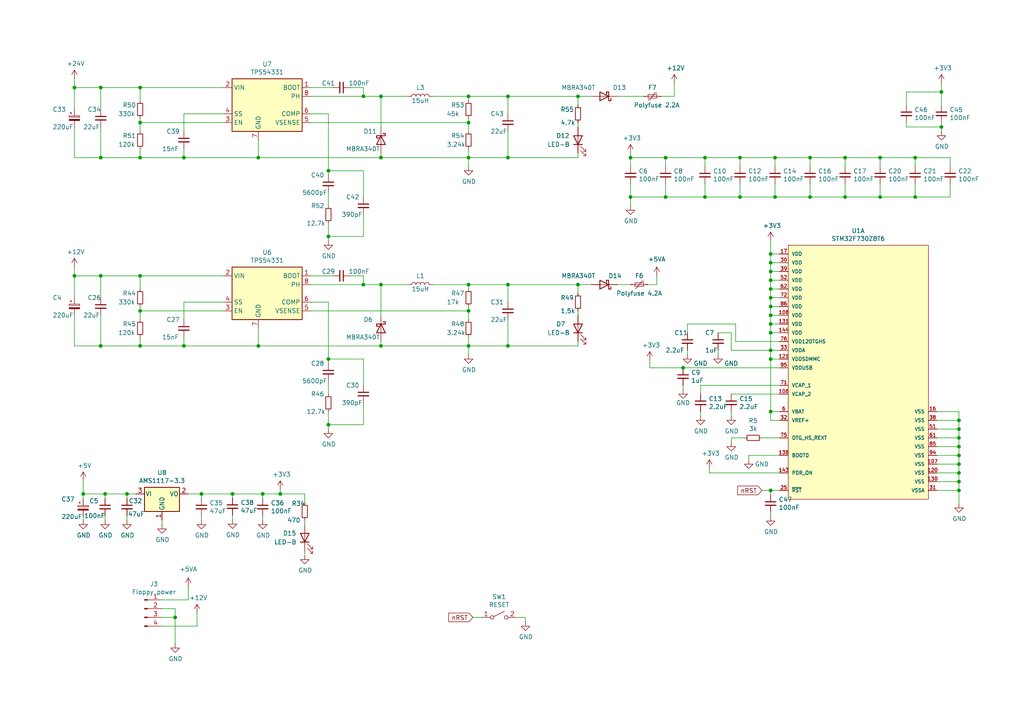
<source format=kicad_sch>
(kicad_sch (version 20211123) (generator eeschema)

  (uuid 68f7174d-ce7a-41b4-89f8-dd7e3ded57a1)

  (paper "A4")

  (title_block
    (title "Greaseweazle F7 Lighting, USB PD")
    (date "2022-04-04")
    (rev "1.03")
    (company "SweProj.com")
  )

  

  (junction (at 110.49 82.55) (diameter 0) (color 0 0 0 0)
    (uuid 01c54577-6862-4ca7-bb55-524c2e995aee)
  )
  (junction (at 198.12 106.68) (diameter 0) (color 0 0 0 0)
    (uuid 06ae599d-ec2a-407f-bd24-54dd2d1d7ca4)
  )
  (junction (at 74.93 45.72) (diameter 0) (color 0 0 0 0)
    (uuid 06fb8a5e-69f3-44ca-bc88-4da9a1408625)
  )
  (junction (at 67.437 143.256) (diameter 0) (color 0 0 0 0)
    (uuid 0ca90552-88f0-4a8c-9eae-ca238d2a0071)
  )
  (junction (at 24.13 143.256) (diameter 0) (color 0 0 0 0)
    (uuid 11506643-9a6f-401d-878e-efc8f85f4dcd)
  )
  (junction (at 147.32 45.72) (diameter 0) (color 0 0 0 0)
    (uuid 1533b475-c834-40d3-ae2c-55eb46ae810f)
  )
  (junction (at 40.64 80.01) (diameter 0) (color 0 0 0 0)
    (uuid 17adff9d-c581-42e4-b552-035b922b5256)
  )
  (junction (at 167.64 82.55) (diameter 0) (color 0 0 0 0)
    (uuid 1b8d5810-67b5-41f5-a4e9-e6c2cc9fec50)
  )
  (junction (at 193.04 45.72) (diameter 0) (color 0 0 0 0)
    (uuid 1c7ec62e-d96c-4a0d-ac32-e919b90a3c5b)
  )
  (junction (at 95.25 68.58) (diameter 0) (color 0 0 0 0)
    (uuid 1ebce183-d3ad-4022-b82e-9e0d8cd628db)
  )
  (junction (at 224.79 45.72) (diameter 0) (color 0 0 0 0)
    (uuid 207932d1-3fbf-4bd3-8ef6-a6601aaaae72)
  )
  (junction (at 135.89 27.94) (diameter 0) (color 0 0 0 0)
    (uuid 260f62f6-a6cf-45e0-9208-51504e701f69)
  )
  (junction (at 223.52 83.82) (diameter 0) (color 0 0 0 0)
    (uuid 2628b16a-8b1e-4398-be45-c147110e73bb)
  )
  (junction (at 234.95 45.72) (diameter 0) (color 0 0 0 0)
    (uuid 2f29ffe5-cbdc-4a3f-81e6-c7d9f4c5145a)
  )
  (junction (at 167.64 27.94) (diameter 0) (color 0 0 0 0)
    (uuid 33770b56-77ab-4a0c-a675-0ef4f02f8519)
  )
  (junction (at 223.52 86.36) (diameter 0) (color 0 0 0 0)
    (uuid 3497045f-d218-47c9-8fd1-2d0a39585aa6)
  )
  (junction (at 40.64 90.17) (diameter 0) (color 0 0 0 0)
    (uuid 35506831-8c22-45ab-9b57-69eb0f9ef003)
  )
  (junction (at 223.52 142.24) (diameter 0) (color 0 0 0 0)
    (uuid 3bdc61da-fd87-4d91-ae6a-f160ef1e6b25)
  )
  (junction (at 265.43 57.15) (diameter 0) (color 0 0 0 0)
    (uuid 3c19fda9-55de-469e-9693-2d8993bca106)
  )
  (junction (at 29.21 100.33) (diameter 0) (color 0 0 0 0)
    (uuid 414a1d4c-7afc-4ffa-8579-88675cedc4ce)
  )
  (junction (at 214.63 45.72) (diameter 0) (color 0 0 0 0)
    (uuid 4266f6dc-b108-467a-bc4a-756158b1a271)
  )
  (junction (at 81.28 143.256) (diameter 0) (color 0 0 0 0)
    (uuid 42a9616a-abff-4583-83a0-d4dec5df8de7)
  )
  (junction (at 105.41 27.94) (diameter 0) (color 0 0 0 0)
    (uuid 44c331f8-33e4-4ba1-bb1e-3071cc175bfd)
  )
  (junction (at 29.21 80.01) (diameter 0) (color 0 0 0 0)
    (uuid 44cd273f-f3a1-4b9a-83a6-972b276409e1)
  )
  (junction (at 255.27 57.15) (diameter 0) (color 0 0 0 0)
    (uuid 4687c479-536f-4d7c-9d3c-04c9b426c43c)
  )
  (junction (at 223.52 78.74) (diameter 0) (color 0 0 0 0)
    (uuid 481354ed-51b9-4db2-9835-781681979b4b)
  )
  (junction (at 265.43 45.72) (diameter 0) (color 0 0 0 0)
    (uuid 4e0c0da6-a302-49a1-8b88-4dccac856a0b)
  )
  (junction (at 21.59 80.01) (diameter 0) (color 0 0 0 0)
    (uuid 557d128f-cf69-4c70-9959-d139ac95c63c)
  )
  (junction (at 223.52 101.6) (diameter 0) (color 0 0 0 0)
    (uuid 56801e6d-c4ab-4f7b-8289-2119a52fa227)
  )
  (junction (at 204.47 45.72) (diameter 0) (color 0 0 0 0)
    (uuid 56b53988-7c92-40d8-a754-683f4429d93e)
  )
  (junction (at 36.83 143.256) (diameter 0) (color 0 0 0 0)
    (uuid 59324d4c-12f8-4a3e-a6c5-143d2384150e)
  )
  (junction (at 135.89 82.55) (diameter 0) (color 0 0 0 0)
    (uuid 5a63aa46-8c18-43d5-8def-1c886562be17)
  )
  (junction (at 147.32 27.94) (diameter 0) (color 0 0 0 0)
    (uuid 5c652bfd-7025-48e8-86f2-beee7cb38bd7)
  )
  (junction (at 50.8 179.07) (diameter 0) (color 0 0 0 0)
    (uuid 5ea450c5-c799-4c49-a77b-90af3b812ea4)
  )
  (junction (at 95.25 104.14) (diameter 0) (color 0 0 0 0)
    (uuid 5f7505cc-53a6-463b-b397-33ff845b1ac0)
  )
  (junction (at 182.88 45.72) (diameter 0) (color 0 0 0 0)
    (uuid 60628c1f-f7b2-4a4b-be6f-62bc1a819432)
  )
  (junction (at 245.11 45.72) (diameter 0) (color 0 0 0 0)
    (uuid 6540157e-dd56-419f-8e12-b9f763e7e5a8)
  )
  (junction (at 214.63 57.15) (diameter 0) (color 0 0 0 0)
    (uuid 6597e724-ffad-43f1-9619-cca25cced87f)
  )
  (junction (at 58.42 143.256) (diameter 0) (color 0 0 0 0)
    (uuid 6a9e1afc-56ba-4859-b642-84caf4b8d598)
  )
  (junction (at 30.48 143.256) (diameter 0) (color 0 0 0 0)
    (uuid 6b64173a-1c64-499a-acfa-a6258a2decfa)
  )
  (junction (at 278.13 139.7) (diameter 0) (color 0 0 0 0)
    (uuid 6d401fdd-c1f6-4321-96c4-4843b6143be9)
  )
  (junction (at 105.41 82.55) (diameter 0) (color 0 0 0 0)
    (uuid 77cfe682-cc36-4979-823b-05ea5f187ba7)
  )
  (junction (at 245.11 57.15) (diameter 0) (color 0 0 0 0)
    (uuid 7da6dd22-6820-4812-8b65-ceb1440c016d)
  )
  (junction (at 147.32 100.33) (diameter 0) (color 0 0 0 0)
    (uuid 802bd717-75a4-4efc-bdc3-ab512c6bce65)
  )
  (junction (at 223.52 96.52) (diameter 0) (color 0 0 0 0)
    (uuid 83181dd0-bbcd-4a99-a5a2-7d6961abb51a)
  )
  (junction (at 29.21 25.4) (diameter 0) (color 0 0 0 0)
    (uuid 84daabe5-262d-44f3-8073-3a5eff98700f)
  )
  (junction (at 40.64 45.72) (diameter 0) (color 0 0 0 0)
    (uuid 84e64de5-2809-4251-a45b-2b46d2cc79df)
  )
  (junction (at 278.13 132.08) (diameter 0) (color 0 0 0 0)
    (uuid 88a7e34c-57e7-48ce-a358-6866b2c01d90)
  )
  (junction (at 95.25 123.19) (diameter 0) (color 0 0 0 0)
    (uuid 88e4f832-79d6-4c54-9ce3-4328dcb9d5b5)
  )
  (junction (at 147.32 82.55) (diameter 0) (color 0 0 0 0)
    (uuid 88ea0fe3-17bb-45bf-bf71-4da88c965186)
  )
  (junction (at 224.79 57.15) (diameter 0) (color 0 0 0 0)
    (uuid 895d5ca3-0e9a-421e-88ea-3017edd2db62)
  )
  (junction (at 223.52 81.28) (diameter 0) (color 0 0 0 0)
    (uuid 8cf4e6c7-f213-4dc6-a215-9a85d8791784)
  )
  (junction (at 223.52 91.44) (diameter 0) (color 0 0 0 0)
    (uuid 8dcf40e6-09a5-42e4-8b46-f4738540468d)
  )
  (junction (at 223.52 93.98) (diameter 0) (color 0 0 0 0)
    (uuid 90207e9d-650a-4c45-b7d5-e506cc85537d)
  )
  (junction (at 255.27 45.72) (diameter 0) (color 0 0 0 0)
    (uuid 914ccec4-572a-4ec0-b281-596368eea274)
  )
  (junction (at 135.89 35.56) (diameter 0) (color 0 0 0 0)
    (uuid 97972d9a-c8ac-431f-b1f4-0da8477b5639)
  )
  (junction (at 273.05 36.83) (diameter 0) (color 0 0 0 0)
    (uuid 9b774066-2c22-4032-af01-4291adb02340)
  )
  (junction (at 204.47 57.15) (diameter 0) (color 0 0 0 0)
    (uuid 9cab0c4e-2726-433f-a46f-c25156ae2489)
  )
  (junction (at 40.64 35.56) (diameter 0) (color 0 0 0 0)
    (uuid 9cd1ba63-2087-4000-a5a9-797dad78d993)
  )
  (junction (at 234.95 57.15) (diameter 0) (color 0 0 0 0)
    (uuid 9f5c7a80-7220-432e-865b-d1468e8a8d4c)
  )
  (junction (at 278.13 121.92) (diameter 0) (color 0 0 0 0)
    (uuid a17368fb-646b-4ffd-9057-0994609f8a46)
  )
  (junction (at 21.59 25.4) (diameter 0) (color 0 0 0 0)
    (uuid a3eaa329-1c23-49fc-9fb5-976de81b788e)
  )
  (junction (at 278.13 137.16) (diameter 0) (color 0 0 0 0)
    (uuid a6d88d7d-92d8-4fc8-b103-7599e55f18c0)
  )
  (junction (at 29.21 45.72) (diameter 0) (color 0 0 0 0)
    (uuid b034f82f-3ce9-4423-89ad-7ecf03d348d0)
  )
  (junction (at 53.34 100.33) (diameter 0) (color 0 0 0 0)
    (uuid b42a4498-7f71-4787-a0f1-b44423616ac9)
  )
  (junction (at 278.13 127) (diameter 0) (color 0 0 0 0)
    (uuid b7013b78-ce5a-47df-9e6f-e993b6073985)
  )
  (junction (at 53.34 45.72) (diameter 0) (color 0 0 0 0)
    (uuid b9272e8b-2d00-4d6b-ae8c-fd62ef331586)
  )
  (junction (at 110.49 100.33) (diameter 0) (color 0 0 0 0)
    (uuid bb7f3caf-4343-4dcb-b7b2-5479c850c4a2)
  )
  (junction (at 278.13 124.46) (diameter 0) (color 0 0 0 0)
    (uuid c78d97f4-1d1b-46c3-bcbb-8424944a8978)
  )
  (junction (at 40.64 25.4) (diameter 0) (color 0 0 0 0)
    (uuid c837798c-83c8-4e02-b288-fa03714cab74)
  )
  (junction (at 135.89 100.33) (diameter 0) (color 0 0 0 0)
    (uuid c9863f4f-bdf5-49f4-b18e-dce622ff9931)
  )
  (junction (at 223.52 73.66) (diameter 0) (color 0 0 0 0)
    (uuid cec22d4a-eda3-4d50-8609-c3a123c120be)
  )
  (junction (at 223.52 119.38) (diameter 0) (color 0 0 0 0)
    (uuid cf06bbbc-3fa0-42b7-9a99-642ec3689891)
  )
  (junction (at 193.04 57.15) (diameter 0) (color 0 0 0 0)
    (uuid d316b729-072f-4d15-a495-cbeb8407aea0)
  )
  (junction (at 223.52 76.2) (diameter 0) (color 0 0 0 0)
    (uuid da7eee34-4516-4154-9034-7c9b8e2afe41)
  )
  (junction (at 273.05 26.67) (diameter 0) (color 0 0 0 0)
    (uuid ddfa4cf0-3486-4284-897b-3a9e51f271d9)
  )
  (junction (at 95.25 49.53) (diameter 0) (color 0 0 0 0)
    (uuid e02b47af-92a8-4b6e-841f-f88d0fa73eb7)
  )
  (junction (at 278.13 129.54) (diameter 0) (color 0 0 0 0)
    (uuid e0660a46-ff2a-4b28-b311-cf71bc999b82)
  )
  (junction (at 110.49 27.94) (diameter 0) (color 0 0 0 0)
    (uuid e208ea3a-d990-4992-b395-c95b18b77f83)
  )
  (junction (at 182.88 57.15) (diameter 0) (color 0 0 0 0)
    (uuid e73ef891-c9f9-42ab-894b-b2580ee0b0a1)
  )
  (junction (at 76.2 143.256) (diameter 0) (color 0 0 0 0)
    (uuid eb43ca25-4d68-40a4-98c7-2e1932cda240)
  )
  (junction (at 40.64 100.33) (diameter 0) (color 0 0 0 0)
    (uuid f0e6fae4-0008-43ed-8719-bf62839f601f)
  )
  (junction (at 110.49 45.72) (diameter 0) (color 0 0 0 0)
    (uuid f3642676-ce32-431a-adfa-a8e750bc449d)
  )
  (junction (at 278.13 134.62) (diameter 0) (color 0 0 0 0)
    (uuid f5a54919-b960-48fc-8517-e9e32dce0bf0)
  )
  (junction (at 223.52 104.14) (diameter 0) (color 0 0 0 0)
    (uuid f83c7689-506f-4228-94dd-e1c4dd714e67)
  )
  (junction (at 135.89 90.17) (diameter 0) (color 0 0 0 0)
    (uuid f89b1d5e-28c8-498c-b199-7acbd8607540)
  )
  (junction (at 135.89 45.72) (diameter 0) (color 0 0 0 0)
    (uuid f9c966ae-23e4-43cd-95e1-ebb675260935)
  )
  (junction (at 74.93 100.33) (diameter 0) (color 0 0 0 0)
    (uuid fda94f0a-876e-4bf0-ad10-35819851e3e9)
  )
  (junction (at 223.52 88.9) (diameter 0) (color 0 0 0 0)
    (uuid fdd41a68-206a-4076-b64a-8b7633d428d6)
  )
  (junction (at 278.13 142.24) (diameter 0) (color 0 0 0 0)
    (uuid fe2b05f5-675b-44d0-956c-c5829b7c692a)
  )

  (wire (pts (xy 21.59 25.4) (xy 29.21 25.4))
    (stroke (width 0) (type default) (color 0 0 0 0))
    (uuid 00185541-0a55-4e62-91d8-99e7a7720d36)
  )
  (wire (pts (xy 255.27 57.15) (xy 265.43 57.15))
    (stroke (width 0) (type default) (color 0 0 0 0))
    (uuid 00627221-b0fd-448e-b5a6-250d249697c2)
  )
  (wire (pts (xy 67.437 149.479) (xy 67.437 150.749))
    (stroke (width 0) (type default) (color 0 0 0 0))
    (uuid 00cfadd5-9667-4db6-b4bc-212d70222d0d)
  )
  (wire (pts (xy 205.74 137.16) (xy 205.74 135.89))
    (stroke (width 0) (type default) (color 0 0 0 0))
    (uuid 01caafb3-af8a-4642-870c-c290b286d040)
  )
  (wire (pts (xy 212.09 127) (xy 215.9 127))
    (stroke (width 0) (type default) (color 0 0 0 0))
    (uuid 037a257a-ceb2-409c-ab24-48a743172dae)
  )
  (wire (pts (xy 74.93 100.33) (xy 110.49 100.33))
    (stroke (width 0) (type default) (color 0 0 0 0))
    (uuid 059f4155-bed3-4fb2-9baa-d569f31b7e5d)
  )
  (wire (pts (xy 223.52 76.2) (xy 223.52 78.74))
    (stroke (width 0) (type default) (color 0 0 0 0))
    (uuid 05c4a04b-0442-4e18-9747-3d9fc4a562fe)
  )
  (wire (pts (xy 198.12 111.76) (xy 198.12 113.03))
    (stroke (width 0) (type default) (color 0 0 0 0))
    (uuid 077985bd-c8a6-43b8-af30-1141a8334306)
  )
  (wire (pts (xy 90.17 35.56) (xy 135.89 35.56))
    (stroke (width 0) (type default) (color 0 0 0 0))
    (uuid 09433d97-62ec-42de-89f2-7d0b68dc1b9d)
  )
  (wire (pts (xy 40.64 90.17) (xy 64.77 90.17))
    (stroke (width 0) (type default) (color 0 0 0 0))
    (uuid 0a52fedd-967a-423d-aaaf-3875f20f935b)
  )
  (wire (pts (xy 224.79 45.72) (xy 234.95 45.72))
    (stroke (width 0) (type default) (color 0 0 0 0))
    (uuid 0ba3fcf8-07bd-443d-be28-f69a4ad80df4)
  )
  (wire (pts (xy 226.06 101.6) (xy 223.52 101.6))
    (stroke (width 0) (type default) (color 0 0 0 0))
    (uuid 0c345fc5-964b-48c0-9452-55507c868edc)
  )
  (wire (pts (xy 214.63 57.15) (xy 224.79 57.15))
    (stroke (width 0) (type default) (color 0 0 0 0))
    (uuid 0d7333ca-0587-43cb-9af7-f59016c85820)
  )
  (wire (pts (xy 21.59 80.01) (xy 29.21 80.01))
    (stroke (width 0) (type default) (color 0 0 0 0))
    (uuid 0dcb5ab5-f291-489d-b2bc-0f0b25b801ee)
  )
  (wire (pts (xy 135.89 35.56) (xy 135.89 34.29))
    (stroke (width 0) (type default) (color 0 0 0 0))
    (uuid 0e11718f-21aa-474d-9bf4-88d875870740)
  )
  (wire (pts (xy 110.49 27.94) (xy 118.11 27.94))
    (stroke (width 0) (type default) (color 0 0 0 0))
    (uuid 0e852933-f119-4b7f-a503-b829e02656a9)
  )
  (wire (pts (xy 217.17 132.08) (xy 217.17 133.35))
    (stroke (width 0) (type default) (color 0 0 0 0))
    (uuid 0f6b89db-12ed-4dac-b3ce-819a49798117)
  )
  (wire (pts (xy 95.25 49.53) (xy 105.41 49.53))
    (stroke (width 0) (type default) (color 0 0 0 0))
    (uuid 10df6e07-cc84-4b25-a71b-19a35b4b40da)
  )
  (wire (pts (xy 21.59 77.47) (xy 21.59 80.01))
    (stroke (width 0) (type default) (color 0 0 0 0))
    (uuid 10e5ae6d-e43e-4ff8-abc5-fd9df16782da)
  )
  (wire (pts (xy 21.59 36.83) (xy 21.59 45.72))
    (stroke (width 0) (type default) (color 0 0 0 0))
    (uuid 128a7556-cb3d-406d-b84d-6d9efc7f9ed8)
  )
  (wire (pts (xy 135.89 90.17) (xy 135.89 88.9))
    (stroke (width 0) (type default) (color 0 0 0 0))
    (uuid 12c9f3e1-9431-42f8-b6f8-fb6fd35fc1cb)
  )
  (wire (pts (xy 271.78 129.54) (xy 278.13 129.54))
    (stroke (width 0) (type default) (color 0 0 0 0))
    (uuid 1354903a-b7d2-4e04-b220-6c6c8f058ef7)
  )
  (wire (pts (xy 29.21 25.4) (xy 40.64 25.4))
    (stroke (width 0) (type default) (color 0 0 0 0))
    (uuid 1416f46f-efcf-4c99-81af-d39cf81f2652)
  )
  (wire (pts (xy 81.28 143.256) (xy 88.392 143.256))
    (stroke (width 0) (type default) (color 0 0 0 0))
    (uuid 15084521-374a-4f95-bc25-4132739c238e)
  )
  (wire (pts (xy 24.13 149.86) (xy 24.13 150.876))
    (stroke (width 0) (type default) (color 0 0 0 0))
    (uuid 173a3cc6-0a20-4747-ba7b-6cf701a04c08)
  )
  (wire (pts (xy 88.392 143.256) (xy 88.392 145.796))
    (stroke (width 0) (type default) (color 0 0 0 0))
    (uuid 177f1d95-3206-4e86-a326-b75c396c89a3)
  )
  (wire (pts (xy 167.64 45.72) (xy 167.64 44.45))
    (stroke (width 0) (type default) (color 0 0 0 0))
    (uuid 198642f2-8db4-475b-ac24-9da65c994a3a)
  )
  (wire (pts (xy 193.04 57.15) (xy 204.47 57.15))
    (stroke (width 0) (type default) (color 0 0 0 0))
    (uuid 1ba3e338-9465-4844-8361-6715d7885c15)
  )
  (wire (pts (xy 223.52 78.74) (xy 223.52 81.28))
    (stroke (width 0) (type default) (color 0 0 0 0))
    (uuid 1c4dfe58-85b1-467f-8e9d-bdb7a0d0ca8e)
  )
  (wire (pts (xy 271.78 127) (xy 278.13 127))
    (stroke (width 0) (type default) (color 0 0 0 0))
    (uuid 1c57f8a5-0a6c-44cd-b514-5b9d5f8cc98b)
  )
  (wire (pts (xy 54.61 173.99) (xy 54.61 170.18))
    (stroke (width 0) (type default) (color 0 0 0 0))
    (uuid 1c6c46b2-dd9e-430f-85e9-621815ceca94)
  )
  (wire (pts (xy 24.13 143.256) (xy 24.13 144.78))
    (stroke (width 0) (type default) (color 0 0 0 0))
    (uuid 1cb2b992-1f62-44c1-ae18-61c4645b7898)
  )
  (wire (pts (xy 199.39 101.6) (xy 199.39 102.87))
    (stroke (width 0) (type default) (color 0 0 0 0))
    (uuid 1cd08355-701e-4fba-886f-d48517dcccf5)
  )
  (wire (pts (xy 204.47 45.72) (xy 214.63 45.72))
    (stroke (width 0) (type default) (color 0 0 0 0))
    (uuid 2056f16f-2d4a-4f35-8a56-49ab69eeef16)
  )
  (wire (pts (xy 214.63 48.26) (xy 214.63 45.72))
    (stroke (width 0) (type default) (color 0 0 0 0))
    (uuid 21c9358c-c2dd-4df5-9cfe-ea9bd0b49374)
  )
  (wire (pts (xy 135.89 45.72) (xy 135.89 43.18))
    (stroke (width 0) (type default) (color 0 0 0 0))
    (uuid 22312754-c8c2-4400-b598-394e06b2be81)
  )
  (wire (pts (xy 278.13 142.24) (xy 278.13 146.05))
    (stroke (width 0) (type default) (color 0 0 0 0))
    (uuid 224e8890-cdee-45fd-bd2e-64fe49c2de75)
  )
  (wire (pts (xy 90.17 80.01) (xy 96.52 80.01))
    (stroke (width 0) (type default) (color 0 0 0 0))
    (uuid 2276bf47-b441-4aa2-ba22-8213875ce0ee)
  )
  (wire (pts (xy 76.2 144.526) (xy 76.2 143.256))
    (stroke (width 0) (type default) (color 0 0 0 0))
    (uuid 2471afde-423c-4d7c-b400-51c1e438643f)
  )
  (wire (pts (xy 204.47 57.15) (xy 214.63 57.15))
    (stroke (width 0) (type default) (color 0 0 0 0))
    (uuid 2571f4c8-d7fc-4e8c-94df-f480e56bb717)
  )
  (wire (pts (xy 203.2 119.38) (xy 203.2 120.65))
    (stroke (width 0) (type default) (color 0 0 0 0))
    (uuid 2a507df7-40c5-4523-b0fd-269cea55efb9)
  )
  (wire (pts (xy 90.17 27.94) (xy 105.41 27.94))
    (stroke (width 0) (type default) (color 0 0 0 0))
    (uuid 2aabebab-10c6-4637-946b-cda31980f550)
  )
  (wire (pts (xy 101.6 80.01) (xy 105.41 80.01))
    (stroke (width 0) (type default) (color 0 0 0 0))
    (uuid 2af1d271-3c6a-476d-8eba-6b2aab466da3)
  )
  (wire (pts (xy 223.52 86.36) (xy 226.06 86.36))
    (stroke (width 0) (type default) (color 0 0 0 0))
    (uuid 2b1a1d99-4ea2-4cae-846a-5609aadc4265)
  )
  (wire (pts (xy 278.13 132.08) (xy 278.13 134.62))
    (stroke (width 0) (type default) (color 0 0 0 0))
    (uuid 2b878984-ad62-40d5-87be-d30f465ae2b3)
  )
  (wire (pts (xy 40.64 45.72) (xy 40.64 43.18))
    (stroke (width 0) (type default) (color 0 0 0 0))
    (uuid 2c3d5c2f-c119-4276-9b7e-33808f1d9396)
  )
  (wire (pts (xy 147.32 45.72) (xy 147.32 38.1))
    (stroke (width 0) (type default) (color 0 0 0 0))
    (uuid 2d4ba971-ddd9-4f08-ae0a-4bc49faa5143)
  )
  (wire (pts (xy 224.79 57.15) (xy 234.95 57.15))
    (stroke (width 0) (type default) (color 0 0 0 0))
    (uuid 2f122013-8dbc-4371-941a-b52e2115db20)
  )
  (wire (pts (xy 214.63 45.72) (xy 224.79 45.72))
    (stroke (width 0) (type default) (color 0 0 0 0))
    (uuid 2f8ebbbf-0f11-4a15-9648-1d28e5593127)
  )
  (wire (pts (xy 21.59 80.01) (xy 21.59 86.36))
    (stroke (width 0) (type default) (color 0 0 0 0))
    (uuid 30b75c25-1d2c-45e7-83e2-bb3be98f8f83)
  )
  (wire (pts (xy 245.11 45.72) (xy 255.27 45.72))
    (stroke (width 0) (type default) (color 0 0 0 0))
    (uuid 31b8e579-7afa-4dee-9f20-b2fefaae3c16)
  )
  (wire (pts (xy 271.78 121.92) (xy 278.13 121.92))
    (stroke (width 0) (type default) (color 0 0 0 0))
    (uuid 335263d3-7e35-4a9c-83c2-cd71d45f0688)
  )
  (wire (pts (xy 88.392 161.036) (xy 88.392 159.766))
    (stroke (width 0) (type default) (color 0 0 0 0))
    (uuid 3361482c-ca19-4873-b4a9-88f85f1328a1)
  )
  (wire (pts (xy 147.32 82.55) (xy 147.32 87.63))
    (stroke (width 0) (type default) (color 0 0 0 0))
    (uuid 338b7824-6fa7-42ef-b79a-c6dc90689f4e)
  )
  (wire (pts (xy 271.78 124.46) (xy 278.13 124.46))
    (stroke (width 0) (type default) (color 0 0 0 0))
    (uuid 33b48673-c959-4510-b6fa-fd3f7bdb00fd)
  )
  (wire (pts (xy 182.88 53.34) (xy 182.88 57.15))
    (stroke (width 0) (type default) (color 0 0 0 0))
    (uuid 33e40dd5-556d-4de0-ab08-235c61b7ba9f)
  )
  (wire (pts (xy 147.32 27.94) (xy 167.64 27.94))
    (stroke (width 0) (type default) (color 0 0 0 0))
    (uuid 33ef82c8-b659-42b6-9429-5436a00e7b54)
  )
  (wire (pts (xy 57.15 181.61) (xy 57.15 177.8))
    (stroke (width 0) (type default) (color 0 0 0 0))
    (uuid 3520b9bf-2dfc-4868-a650-86ff98682e83)
  )
  (wire (pts (xy 262.89 35.56) (xy 262.89 36.83))
    (stroke (width 0) (type default) (color 0 0 0 0))
    (uuid 3581de8b-daeb-467a-8039-51714599e4ba)
  )
  (wire (pts (xy 40.64 100.33) (xy 40.64 97.79))
    (stroke (width 0) (type default) (color 0 0 0 0))
    (uuid 373b5b59-9fbb-41a2-845d-56a1ed5a82dd)
  )
  (wire (pts (xy 74.93 40.64) (xy 74.93 45.72))
    (stroke (width 0) (type default) (color 0 0 0 0))
    (uuid 38c40dcc-c1da-4f6f-a147-01497313c7b0)
  )
  (wire (pts (xy 182.88 44.45) (xy 182.88 45.72))
    (stroke (width 0) (type default) (color 0 0 0 0))
    (uuid 3a274653-eff3-4ffe-9be8-2bfd0950af0a)
  )
  (wire (pts (xy 182.88 57.15) (xy 193.04 57.15))
    (stroke (width 0) (type default) (color 0 0 0 0))
    (uuid 3a568413-17bd-4a87-b1ac-928e77fa1b6a)
  )
  (wire (pts (xy 135.89 35.56) (xy 135.89 38.1))
    (stroke (width 0) (type default) (color 0 0 0 0))
    (uuid 3afae848-3ba1-40f3-a73d-cfa98c2ff8b2)
  )
  (wire (pts (xy 135.89 45.72) (xy 147.32 45.72))
    (stroke (width 0) (type default) (color 0 0 0 0))
    (uuid 3b199d04-ad2b-4bc0-b66c-8629e7796fdd)
  )
  (wire (pts (xy 234.95 48.26) (xy 234.95 45.72))
    (stroke (width 0) (type default) (color 0 0 0 0))
    (uuid 3ba59656-e36e-4caa-8957-90ed8686b3d3)
  )
  (wire (pts (xy 223.52 86.36) (xy 223.52 88.9))
    (stroke (width 0) (type default) (color 0 0 0 0))
    (uuid 3bc24d10-b3eb-4abe-836d-a8521ccc4341)
  )
  (wire (pts (xy 199.39 96.52) (xy 199.39 93.98))
    (stroke (width 0) (type default) (color 0 0 0 0))
    (uuid 3c3e78d8-62d7-4020-ae7c-c489234b27d5)
  )
  (wire (pts (xy 223.52 83.82) (xy 226.06 83.82))
    (stroke (width 0) (type default) (color 0 0 0 0))
    (uuid 3cf0233f-86e3-4b85-ad75-fb8a46f37498)
  )
  (wire (pts (xy 135.89 82.55) (xy 147.32 82.55))
    (stroke (width 0) (type default) (color 0 0 0 0))
    (uuid 3d0a8609-a059-4734-b988-da00f509164d)
  )
  (wire (pts (xy 105.41 25.4) (xy 105.41 27.94))
    (stroke (width 0) (type default) (color 0 0 0 0))
    (uuid 3eee2221-7af9-4d6a-ba79-a48c3fd1ac35)
  )
  (wire (pts (xy 53.34 92.71) (xy 53.34 87.63))
    (stroke (width 0) (type default) (color 0 0 0 0))
    (uuid 3f0c3fb9-57f0-4439-b2df-3c934842d7db)
  )
  (wire (pts (xy 135.89 100.33) (xy 135.89 102.87))
    (stroke (width 0) (type default) (color 0 0 0 0))
    (uuid 407d0cd8-54f8-47a8-90cb-42c8a441d04f)
  )
  (wire (pts (xy 40.64 35.56) (xy 40.64 38.1))
    (stroke (width 0) (type default) (color 0 0 0 0))
    (uuid 41e442c4-3daa-4776-bd79-7990c939b354)
  )
  (wire (pts (xy 76.2 149.606) (xy 76.2 150.876))
    (stroke (width 0) (type default) (color 0 0 0 0))
    (uuid 4275c2b3-59e7-409d-ae75-26ae06cb35e2)
  )
  (wire (pts (xy 90.17 33.02) (xy 95.25 33.02))
    (stroke (width 0) (type default) (color 0 0 0 0))
    (uuid 42795956-f125-4166-860d-4316fe3791b8)
  )
  (wire (pts (xy 147.32 100.33) (xy 147.32 92.71))
    (stroke (width 0) (type default) (color 0 0 0 0))
    (uuid 45fc93ca-f8ba-48a8-9189-1c9886475cd3)
  )
  (wire (pts (xy 271.78 142.24) (xy 278.13 142.24))
    (stroke (width 0) (type default) (color 0 0 0 0))
    (uuid 4612f9f0-1343-4ba7-94dd-7d3e9fc08dad)
  )
  (wire (pts (xy 40.64 35.56) (xy 40.64 34.29))
    (stroke (width 0) (type default) (color 0 0 0 0))
    (uuid 46255620-16a2-4e81-9e4a-58dddcf89388)
  )
  (wire (pts (xy 245.11 57.15) (xy 255.27 57.15))
    (stroke (width 0) (type default) (color 0 0 0 0))
    (uuid 47890384-6eaa-420c-b9ae-e68a6a7f17b5)
  )
  (wire (pts (xy 278.13 129.54) (xy 278.13 132.08))
    (stroke (width 0) (type default) (color 0 0 0 0))
    (uuid 4a56ac62-5ec2-46fc-a86c-9adf2d8fead1)
  )
  (wire (pts (xy 278.13 139.7) (xy 278.13 142.24))
    (stroke (width 0) (type default) (color 0 0 0 0))
    (uuid 4b3cefd2-e7d7-4d25-8bb9-37548c3e8b03)
  )
  (wire (pts (xy 95.25 68.58) (xy 95.25 69.85))
    (stroke (width 0) (type default) (color 0 0 0 0))
    (uuid 4c77837f-2440-4b7b-8e7e-430f981c7c04)
  )
  (wire (pts (xy 40.64 90.17) (xy 40.64 88.9))
    (stroke (width 0) (type default) (color 0 0 0 0))
    (uuid 4de018aa-33f9-4679-9406-fafd70ff0142)
  )
  (wire (pts (xy 46.99 150.876) (xy 46.99 152.146))
    (stroke (width 0) (type default) (color 0 0 0 0))
    (uuid 4f31acca-384a-4c19-b00c-be85acf73c40)
  )
  (wire (pts (xy 212.09 101.6) (xy 223.52 101.6))
    (stroke (width 0) (type default) (color 0 0 0 0))
    (uuid 4ff71e44-dddb-450e-9f6f-fe3947968fd4)
  )
  (wire (pts (xy 29.21 100.33) (xy 29.21 91.44))
    (stroke (width 0) (type default) (color 0 0 0 0))
    (uuid 504cb9e4-5572-4208-bc9d-30a7efff8b9a)
  )
  (wire (pts (xy 220.98 142.24) (xy 223.52 142.24))
    (stroke (width 0) (type default) (color 0 0 0 0))
    (uuid 505c1d3e-8ca5-438e-9eae-18483f12882c)
  )
  (wire (pts (xy 46.99 181.61) (xy 57.15 181.61))
    (stroke (width 0) (type default) (color 0 0 0 0))
    (uuid 506110af-ac51-4501-bfa6-1552a848d599)
  )
  (wire (pts (xy 53.34 45.72) (xy 40.64 45.72))
    (stroke (width 0) (type default) (color 0 0 0 0))
    (uuid 50cd7dd2-4ee6-4ead-a8d7-6798eb55f8db)
  )
  (wire (pts (xy 105.41 104.14) (xy 105.41 111.76))
    (stroke (width 0) (type default) (color 0 0 0 0))
    (uuid 5125c4d9-cf5c-4fe5-9dc8-c939e40fcd6f)
  )
  (wire (pts (xy 110.49 27.94) (xy 110.49 36.83))
    (stroke (width 0) (type default) (color 0 0 0 0))
    (uuid 53548090-4b36-44b5-9ef5-2fa214b2fbf4)
  )
  (wire (pts (xy 110.49 99.06) (xy 110.49 100.33))
    (stroke (width 0) (type default) (color 0 0 0 0))
    (uuid 55b28997-b330-40d1-b32a-125cd071668d)
  )
  (wire (pts (xy 40.64 80.01) (xy 64.77 80.01))
    (stroke (width 0) (type default) (color 0 0 0 0))
    (uuid 5684e95c-6824-46cf-8e72-881178a51d31)
  )
  (wire (pts (xy 220.98 127) (xy 226.06 127))
    (stroke (width 0) (type default) (color 0 0 0 0))
    (uuid 57e17378-f1f7-42d0-9ad3-fb44c2d5cdc3)
  )
  (wire (pts (xy 95.25 104.14) (xy 105.41 104.14))
    (stroke (width 0) (type default) (color 0 0 0 0))
    (uuid 58728297-c362-4c70-a751-4d60ffa81b1a)
  )
  (wire (pts (xy 226.06 119.38) (xy 223.52 119.38))
    (stroke (width 0) (type default) (color 0 0 0 0))
    (uuid 58c4b7f1-3bfe-4269-af43-3ce726a108d9)
  )
  (wire (pts (xy 223.52 83.82) (xy 223.52 86.36))
    (stroke (width 0) (type default) (color 0 0 0 0))
    (uuid 594594ee-9de8-45bc-b621-a9251877b0c2)
  )
  (wire (pts (xy 110.49 82.55) (xy 110.49 91.44))
    (stroke (width 0) (type default) (color 0 0 0 0))
    (uuid 5aa1c642-a9f0-4211-8572-3a7e8453422e)
  )
  (wire (pts (xy 125.73 82.55) (xy 135.89 82.55))
    (stroke (width 0) (type default) (color 0 0 0 0))
    (uuid 5c9202d7-6a93-43b3-87c0-77347fd72885)
  )
  (wire (pts (xy 21.59 91.44) (xy 21.59 100.33))
    (stroke (width 0) (type default) (color 0 0 0 0))
    (uuid 5daf2c3c-7702-4a59-b99d-84464c054bc4)
  )
  (wire (pts (xy 149.86 179.07) (xy 152.4 179.07))
    (stroke (width 0) (type default) (color 0 0 0 0))
    (uuid 5ecea6c7-cbcd-4340-9db8-55b54a886e1e)
  )
  (wire (pts (xy 213.36 99.06) (xy 226.06 99.06))
    (stroke (width 0) (type default) (color 0 0 0 0))
    (uuid 5ed637ac-40ac-434c-a406-609e25d3658d)
  )
  (wire (pts (xy 40.64 45.72) (xy 29.21 45.72))
    (stroke (width 0) (type default) (color 0 0 0 0))
    (uuid 5f4676ff-2597-415d-a32e-98d53038f432)
  )
  (wire (pts (xy 167.64 82.55) (xy 167.64 85.09))
    (stroke (width 0) (type default) (color 0 0 0 0))
    (uuid 60ca4740-3009-4486-93d6-c2502818122b)
  )
  (wire (pts (xy 95.25 104.14) (xy 95.25 105.41))
    (stroke (width 0) (type default) (color 0 0 0 0))
    (uuid 60fc0348-15d2-462c-9b87-dbb507b8717b)
  )
  (wire (pts (xy 167.64 35.56) (xy 167.64 36.83))
    (stroke (width 0) (type default) (color 0 0 0 0))
    (uuid 61415144-ce8f-483a-82b7-e2e320f7f0b4)
  )
  (wire (pts (xy 234.95 53.34) (xy 234.95 57.15))
    (stroke (width 0) (type default) (color 0 0 0 0))
    (uuid 62c6f8ce-78e5-4ab3-bb01-2fcb0df87aa6)
  )
  (wire (pts (xy 67.437 143.256) (xy 76.2 143.256))
    (stroke (width 0) (type default) (color 0 0 0 0))
    (uuid 6301f184-dc0e-47d1-a158-5fdcab3140e4)
  )
  (wire (pts (xy 223.52 91.44) (xy 223.52 93.98))
    (stroke (width 0) (type default) (color 0 0 0 0))
    (uuid 6476e233-d260-45fe-84d2-9ade7d0003a0)
  )
  (wire (pts (xy 191.77 27.94) (xy 195.58 27.94))
    (stroke (width 0) (type default) (color 0 0 0 0))
    (uuid 6505825f-43ee-4fb8-b546-c0b2310ed040)
  )
  (wire (pts (xy 95.25 49.53) (xy 95.25 50.8))
    (stroke (width 0) (type default) (color 0 0 0 0))
    (uuid 65908b01-f0a0-46e1-84f2-bf49d46af2a7)
  )
  (wire (pts (xy 223.52 76.2) (xy 226.06 76.2))
    (stroke (width 0) (type default) (color 0 0 0 0))
    (uuid 6a5b3eea-de35-4a54-8316-e56ea2a634e4)
  )
  (wire (pts (xy 50.8 176.53) (xy 50.8 179.07))
    (stroke (width 0) (type default) (color 0 0 0 0))
    (uuid 6e23d37a-3804-4cb0-9f56-ede150eedda5)
  )
  (wire (pts (xy 135.89 100.33) (xy 135.89 97.79))
    (stroke (width 0) (type default) (color 0 0 0 0))
    (uuid 6fb8126a-bcf3-40a3-924c-e2fbe8dba36a)
  )
  (wire (pts (xy 40.64 100.33) (xy 29.21 100.33))
    (stroke (width 0) (type default) (color 0 0 0 0))
    (uuid 72e9c34a-4fbc-4581-8ad2-e93bc3c3ccb0)
  )
  (wire (pts (xy 46.99 179.07) (xy 50.8 179.07))
    (stroke (width 0) (type default) (color 0 0 0 0))
    (uuid 730780c7-40bd-484b-b640-ae047209b478)
  )
  (wire (pts (xy 76.2 143.256) (xy 81.28 143.256))
    (stroke (width 0) (type default) (color 0 0 0 0))
    (uuid 731aea1e-3e92-458c-8eee-7dde79352436)
  )
  (wire (pts (xy 226.06 137.16) (xy 205.74 137.16))
    (stroke (width 0) (type default) (color 0 0 0 0))
    (uuid 74d2d2c1-d0d5-412f-ab06-bb67df0a3900)
  )
  (wire (pts (xy 40.64 25.4) (xy 64.77 25.4))
    (stroke (width 0) (type default) (color 0 0 0 0))
    (uuid 755d3d18-6013-47c4-9133-c783ae2db259)
  )
  (wire (pts (xy 208.28 101.6) (xy 208.28 102.87))
    (stroke (width 0) (type default) (color 0 0 0 0))
    (uuid 75f982a1-6ab8-4209-a4a8-58e41c3ce9c1)
  )
  (wire (pts (xy 223.52 81.28) (xy 223.52 83.82))
    (stroke (width 0) (type default) (color 0 0 0 0))
    (uuid 77121855-7958-40c5-81ca-b386a811e84c)
  )
  (wire (pts (xy 271.78 137.16) (xy 278.13 137.16))
    (stroke (width 0) (type default) (color 0 0 0 0))
    (uuid 773bdc81-beec-4a4b-9485-1c1dd15c6e5a)
  )
  (wire (pts (xy 271.78 132.08) (xy 278.13 132.08))
    (stroke (width 0) (type default) (color 0 0 0 0))
    (uuid 78d3a4a0-e724-44e1-963f-de88a39d4158)
  )
  (wire (pts (xy 223.52 78.74) (xy 226.06 78.74))
    (stroke (width 0) (type default) (color 0 0 0 0))
    (uuid 7a332b0c-4cba-438b-85c1-9efe2690fb62)
  )
  (wire (pts (xy 198.12 106.68) (xy 226.06 106.68))
    (stroke (width 0) (type default) (color 0 0 0 0))
    (uuid 7a4a5c0e-c639-4f33-aa7f-cf5502abd572)
  )
  (wire (pts (xy 273.05 26.67) (xy 273.05 30.48))
    (stroke (width 0) (type default) (color 0 0 0 0))
    (uuid 7b1f2f40-abe7-4adb-bfe4-3f1a7f99a0f2)
  )
  (wire (pts (xy 95.25 87.63) (xy 95.25 104.14))
    (stroke (width 0) (type default) (color 0 0 0 0))
    (uuid 7b58219a-a31d-4ba4-804a-77c6d706d8bc)
  )
  (wire (pts (xy 105.41 27.94) (xy 110.49 27.94))
    (stroke (width 0) (type default) (color 0 0 0 0))
    (uuid 7b694997-43fc-41fd-818b-681c539b1571)
  )
  (wire (pts (xy 262.89 26.67) (xy 273.05 26.67))
    (stroke (width 0) (type default) (color 0 0 0 0))
    (uuid 7bc13ee4-2194-461b-9242-0d96ebba241b)
  )
  (wire (pts (xy 234.95 45.72) (xy 245.11 45.72))
    (stroke (width 0) (type default) (color 0 0 0 0))
    (uuid 7c1dbd41-291a-4aad-bf3b-16497f84df7b)
  )
  (wire (pts (xy 226.06 132.08) (xy 217.17 132.08))
    (stroke (width 0) (type default) (color 0 0 0 0))
    (uuid 7d283b62-f314-41a0-b56b-d307f2ebfa85)
  )
  (wire (pts (xy 275.59 48.26) (xy 275.59 45.72))
    (stroke (width 0) (type default) (color 0 0 0 0))
    (uuid 7e509ce7-bdc7-45fb-b2d0-c14a958a5480)
  )
  (wire (pts (xy 182.88 45.72) (xy 182.88 48.26))
    (stroke (width 0) (type default) (color 0 0 0 0))
    (uuid 810d1828-323c-409a-960d-456fda8be10a)
  )
  (wire (pts (xy 234.95 57.15) (xy 245.11 57.15))
    (stroke (width 0) (type default) (color 0 0 0 0))
    (uuid 825ca21e-b6a1-4e84-a612-f8e2fae8ac04)
  )
  (wire (pts (xy 265.43 48.26) (xy 265.43 45.72))
    (stroke (width 0) (type default) (color 0 0 0 0))
    (uuid 82782dc2-cb84-4d0c-b85e-b3903aca1e13)
  )
  (wire (pts (xy 193.04 45.72) (xy 193.04 48.26))
    (stroke (width 0) (type default) (color 0 0 0 0))
    (uuid 82941cb3-7e8d-4836-8b43-647cd4390ab6)
  )
  (wire (pts (xy 40.64 25.4) (xy 40.64 29.21))
    (stroke (width 0) (type default) (color 0 0 0 0))
    (uuid 83250ce3-cee5-48b2-8a3e-b1e7887d6a15)
  )
  (wire (pts (xy 278.13 119.38) (xy 278.13 121.92))
    (stroke (width 0) (type default) (color 0 0 0 0))
    (uuid 84315919-677c-4909-a747-2c92c96d5870)
  )
  (wire (pts (xy 212.09 119.38) (xy 212.09 120.65))
    (stroke (width 0) (type default) (color 0 0 0 0))
    (uuid 845f389f-ac5c-4af4-aa4f-3b1355707a5f)
  )
  (wire (pts (xy 255.27 53.34) (xy 255.27 57.15))
    (stroke (width 0) (type default) (color 0 0 0 0))
    (uuid 858b182d-fdce-45a6-8c3a-626e9f7a9971)
  )
  (wire (pts (xy 188.468 106.68) (xy 198.12 106.68))
    (stroke (width 0) (type default) (color 0 0 0 0))
    (uuid 8638e09e-f91e-4f44-bf6f-6106c18719d7)
  )
  (wire (pts (xy 21.59 45.72) (xy 29.21 45.72))
    (stroke (width 0) (type default) (color 0 0 0 0))
    (uuid 86c73e16-9c05-4385-b59b-206056f7ac90)
  )
  (wire (pts (xy 223.52 101.6) (xy 223.52 96.52))
    (stroke (width 0) (type default) (color 0 0 0 0))
    (uuid 87bdd00e-f10c-4d37-9a6b-480b5e87ca33)
  )
  (wire (pts (xy 58.42 144.526) (xy 58.42 143.256))
    (stroke (width 0) (type default) (color 0 0 0 0))
    (uuid 88476b21-b2be-4405-acd2-064389eadaca)
  )
  (wire (pts (xy 105.41 82.55) (xy 110.49 82.55))
    (stroke (width 0) (type default) (color 0 0 0 0))
    (uuid 88fb8817-4ee2-4465-a9af-37fedc8b835b)
  )
  (wire (pts (xy 95.25 55.88) (xy 95.25 59.69))
    (stroke (width 0) (type default) (color 0 0 0 0))
    (uuid 899d6960-0494-4e8f-9091-802503c02d1b)
  )
  (wire (pts (xy 67.437 143.256) (xy 67.437 144.399))
    (stroke (width 0) (type default) (color 0 0 0 0))
    (uuid 8b637b4b-9239-474d-aac7-dc2e7b545594)
  )
  (wire (pts (xy 36.83 143.256) (xy 39.37 143.256))
    (stroke (width 0) (type default) (color 0 0 0 0))
    (uuid 8dc82d7d-74c3-4db7-a875-ce37bdd8b301)
  )
  (wire (pts (xy 223.52 104.14) (xy 223.52 101.6))
    (stroke (width 0) (type default) (color 0 0 0 0))
    (uuid 8dcf91a3-1716-406f-975d-a5e4d347a64c)
  )
  (wire (pts (xy 278.13 124.46) (xy 278.13 127))
    (stroke (width 0) (type default) (color 0 0 0 0))
    (uuid 8e5a3783-142f-42f6-a215-d0f81a05c5c0)
  )
  (wire (pts (xy 147.32 100.33) (xy 167.64 100.33))
    (stroke (width 0) (type default) (color 0 0 0 0))
    (uuid 8e6e5f4d-6567-459b-ac23-dfc1d101e708)
  )
  (wire (pts (xy 255.27 45.72) (xy 265.43 45.72))
    (stroke (width 0) (type default) (color 0 0 0 0))
    (uuid 8ecc0874-e7f5-4102-a6b7-0222cf1fccc2)
  )
  (wire (pts (xy 223.52 119.38) (xy 223.52 104.14))
    (stroke (width 0) (type default) (color 0 0 0 0))
    (uuid 8f2a6709-854c-4caf-959b-d289d2962128)
  )
  (wire (pts (xy 278.13 137.16) (xy 278.13 139.7))
    (stroke (width 0) (type default) (color 0 0 0 0))
    (uuid 90671817-460f-456a-a6e3-6cfa468bea55)
  )
  (wire (pts (xy 223.52 81.28) (xy 226.06 81.28))
    (stroke (width 0) (type default) (color 0 0 0 0))
    (uuid 90912a07-8f0d-457a-b78a-1c112c8f2052)
  )
  (wire (pts (xy 182.88 45.72) (xy 193.04 45.72))
    (stroke (width 0) (type default) (color 0 0 0 0))
    (uuid 914a2046-646f-4d53-b355-ce2139e25907)
  )
  (wire (pts (xy 152.4 179.07) (xy 152.4 180.34))
    (stroke (width 0) (type default) (color 0 0 0 0))
    (uuid 92ff4797-ba89-46c8-b3a8-8260d960e660)
  )
  (wire (pts (xy 110.49 44.45) (xy 110.49 45.72))
    (stroke (width 0) (type default) (color 0 0 0 0))
    (uuid 937928d4-4dfb-4f2f-91d0-697ec54ac283)
  )
  (wire (pts (xy 95.25 64.77) (xy 95.25 68.58))
    (stroke (width 0) (type default) (color 0 0 0 0))
    (uuid 94a21413-9821-4587-923e-f37548a5150a)
  )
  (wire (pts (xy 193.04 53.34) (xy 193.04 57.15))
    (stroke (width 0) (type default) (color 0 0 0 0))
    (uuid 95aed042-4cef-4360-9184-83bbe2dcfbaa)
  )
  (wire (pts (xy 135.89 27.94) (xy 135.89 29.21))
    (stroke (width 0) (type default) (color 0 0 0 0))
    (uuid 96cc7009-e5c2-4181-9848-d145b9196cc4)
  )
  (wire (pts (xy 213.36 93.98) (xy 213.36 99.06))
    (stroke (width 0) (type default) (color 0 0 0 0))
    (uuid 977371ef-232c-40b3-8805-7fed7909b206)
  )
  (wire (pts (xy 255.27 48.26) (xy 255.27 45.72))
    (stroke (width 0) (type default) (color 0 0 0 0))
    (uuid 978f967d-6cc0-4f07-b852-e2800feefa07)
  )
  (wire (pts (xy 273.05 35.56) (xy 273.05 36.83))
    (stroke (width 0) (type default) (color 0 0 0 0))
    (uuid 9a68bf85-c16f-48ee-8e66-0d9ea8ea8b23)
  )
  (wire (pts (xy 204.47 45.72) (xy 204.47 48.26))
    (stroke (width 0) (type default) (color 0 0 0 0))
    (uuid 9ad8e352-005c-4299-8beb-56f3b58c96b7)
  )
  (wire (pts (xy 74.93 45.72) (xy 110.49 45.72))
    (stroke (width 0) (type default) (color 0 0 0 0))
    (uuid 9b26d003-7efb-405a-8332-1a189f9d4920)
  )
  (wire (pts (xy 46.99 176.53) (xy 50.8 176.53))
    (stroke (width 0) (type default) (color 0 0 0 0))
    (uuid 9c7af13e-949e-4a55-a6b7-45ef51b4f106)
  )
  (wire (pts (xy 199.39 93.98) (xy 213.36 93.98))
    (stroke (width 0) (type default) (color 0 0 0 0))
    (uuid 9caefee8-6dcd-4815-b6e5-c75999fb9c90)
  )
  (wire (pts (xy 167.64 90.17) (xy 167.64 91.44))
    (stroke (width 0) (type default) (color 0 0 0 0))
    (uuid 9cdaf74c-bd9d-4293-9612-c30a4bca9a30)
  )
  (wire (pts (xy 29.21 45.72) (xy 29.21 36.83))
    (stroke (width 0) (type default) (color 0 0 0 0))
    (uuid 9ceeff0a-ae63-43da-8fd2-e3d57063537d)
  )
  (wire (pts (xy 74.93 95.25) (xy 74.93 100.33))
    (stroke (width 0) (type default) (color 0 0 0 0))
    (uuid 9d4bb085-5413-4cad-9765-4f916ffbe612)
  )
  (wire (pts (xy 30.48 143.256) (xy 36.83 143.256))
    (stroke (width 0) (type default) (color 0 0 0 0))
    (uuid 9dea4225-5467-4d2b-8bbf-fbb9f87ecf70)
  )
  (wire (pts (xy 105.41 68.58) (xy 105.41 62.23))
    (stroke (width 0) (type default) (color 0 0 0 0))
    (uuid 9e2ad25e-29e1-4c10-8e33-16d30c4ff9b9)
  )
  (wire (pts (xy 95.25 110.49) (xy 95.25 114.3))
    (stroke (width 0) (type default) (color 0 0 0 0))
    (uuid 9efb25aa-d11e-4d2f-96a9-326a2f75dcc1)
  )
  (wire (pts (xy 135.89 90.17) (xy 135.89 92.71))
    (stroke (width 0) (type default) (color 0 0 0 0))
    (uuid 9fbabfd5-5316-4dcb-8d99-3c53b9c69880)
  )
  (wire (pts (xy 223.52 142.24) (xy 223.52 143.51))
    (stroke (width 0) (type default) (color 0 0 0 0))
    (uuid a0129fe7-e9e9-4c74-af85-e2b335707eb4)
  )
  (wire (pts (xy 53.34 33.02) (xy 64.77 33.02))
    (stroke (width 0) (type default) (color 0 0 0 0))
    (uuid a1441258-3477-4706-8540-9e88ae0dac49)
  )
  (wire (pts (xy 30.48 144.526) (xy 30.48 143.256))
    (stroke (width 0) (type default) (color 0 0 0 0))
    (uuid a158f96a-a5a2-4df9-ba34-f750301a27e3)
  )
  (wire (pts (xy 167.64 82.55) (xy 171.45 82.55))
    (stroke (width 0) (type default) (color 0 0 0 0))
    (uuid a281de60-7af0-498c-be0b-24572e88b490)
  )
  (wire (pts (xy 223.52 93.98) (xy 226.06 93.98))
    (stroke (width 0) (type default) (color 0 0 0 0))
    (uuid a29e1299-22c5-4fd2-9a37-e405785962a9)
  )
  (wire (pts (xy 223.52 88.9) (xy 223.52 91.44))
    (stroke (width 0) (type default) (color 0 0 0 0))
    (uuid a2d090b5-bdc2-4863-87f2-2ea46a246d3d)
  )
  (wire (pts (xy 245.11 53.34) (xy 245.11 57.15))
    (stroke (width 0) (type default) (color 0 0 0 0))
    (uuid a543a4a0-b8e2-45a4-be48-7207020a5b1f)
  )
  (wire (pts (xy 50.8 179.07) (xy 50.8 186.69))
    (stroke (width 0) (type default) (color 0 0 0 0))
    (uuid a56d1fde-b4ad-42de-a848-9c94bc0cbe09)
  )
  (wire (pts (xy 110.49 82.55) (xy 118.11 82.55))
    (stroke (width 0) (type default) (color 0 0 0 0))
    (uuid a5dfaf18-d33f-45c4-b76f-2a5051ec9118)
  )
  (wire (pts (xy 74.93 100.33) (xy 53.34 100.33))
    (stroke (width 0) (type default) (color 0 0 0 0))
    (uuid a6187c22-3622-4a1a-a49a-b21e96986f96)
  )
  (wire (pts (xy 226.06 121.92) (xy 223.52 121.92))
    (stroke (width 0) (type default) (color 0 0 0 0))
    (uuid a8b5a69a-24fc-4f3a-af15-1ced0fb0d73b)
  )
  (wire (pts (xy 223.52 93.98) (xy 223.52 96.52))
    (stroke (width 0) (type default) (color 0 0 0 0))
    (uuid a8cdda0e-7b06-4b92-8078-341b4e32614a)
  )
  (wire (pts (xy 226.06 104.14) (xy 223.52 104.14))
    (stroke (width 0) (type default) (color 0 0 0 0))
    (uuid a8ed9f4d-0385-4ec2-831d-b6c7165c148a)
  )
  (wire (pts (xy 21.59 22.86) (xy 21.59 25.4))
    (stroke (width 0) (type default) (color 0 0 0 0))
    (uuid a9240eb1-cd96-4728-9dbf-17ea5e90b45d)
  )
  (wire (pts (xy 90.17 25.4) (xy 96.52 25.4))
    (stroke (width 0) (type default) (color 0 0 0 0))
    (uuid a97391c0-c438-44dc-aec7-4249e6f62568)
  )
  (wire (pts (xy 147.32 27.94) (xy 147.32 33.02))
    (stroke (width 0) (type default) (color 0 0 0 0))
    (uuid aaa13f87-8acd-40d7-bdde-65d39b0b7892)
  )
  (wire (pts (xy 46.99 173.99) (xy 54.61 173.99))
    (stroke (width 0) (type default) (color 0 0 0 0))
    (uuid ab3e0d45-ad5b-42a1-ab02-8fee32ad804e)
  )
  (wire (pts (xy 81.28 143.256) (xy 81.28 141.986))
    (stroke (width 0) (type default) (color 0 0 0 0))
    (uuid ac0ac6f5-225f-42f3-a5af-be5d61a5c9a1)
  )
  (wire (pts (xy 275.59 53.34) (xy 275.59 57.15))
    (stroke (width 0) (type default) (color 0 0 0 0))
    (uuid ac99d2b9-3592-44c3-94eb-e556103750a4)
  )
  (wire (pts (xy 278.13 121.92) (xy 278.13 124.46))
    (stroke (width 0) (type default) (color 0 0 0 0))
    (uuid ad2d033c-4040-4813-b5da-82cf827f9d86)
  )
  (wire (pts (xy 29.21 31.75) (xy 29.21 25.4))
    (stroke (width 0) (type default) (color 0 0 0 0))
    (uuid ad8c2a20-27d0-4e2a-aabf-44a509bf342a)
  )
  (wire (pts (xy 214.63 53.34) (xy 214.63 57.15))
    (stroke (width 0) (type default) (color 0 0 0 0))
    (uuid aeae1c08-0511-41ff-896d-95b95a86eb35)
  )
  (wire (pts (xy 58.42 143.256) (xy 67.437 143.256))
    (stroke (width 0) (type default) (color 0 0 0 0))
    (uuid af35a210-4668-48ed-837a-c21f928e6c34)
  )
  (wire (pts (xy 53.34 100.33) (xy 40.64 100.33))
    (stroke (width 0) (type default) (color 0 0 0 0))
    (uuid af66589f-0dae-4737-851f-f8cddd35005b)
  )
  (wire (pts (xy 125.73 27.94) (xy 135.89 27.94))
    (stroke (width 0) (type default) (color 0 0 0 0))
    (uuid b09870ad-8985-4a1c-a7b1-3acb9a1b9282)
  )
  (wire (pts (xy 223.52 142.24) (xy 226.06 142.24))
    (stroke (width 0) (type default) (color 0 0 0 0))
    (uuid b0b40da2-8918-4f0b-b11b-1408b929feb5)
  )
  (wire (pts (xy 105.41 80.01) (xy 105.41 82.55))
    (stroke (width 0) (type default) (color 0 0 0 0))
    (uuid b2691466-e53b-4f43-806f-abeb762713f6)
  )
  (wire (pts (xy 226.06 73.66) (xy 223.52 73.66))
    (stroke (width 0) (type default) (color 0 0 0 0))
    (uuid b2cac11a-5f3b-43d7-88e5-8d0241ac6453)
  )
  (wire (pts (xy 135.89 100.33) (xy 147.32 100.33))
    (stroke (width 0) (type default) (color 0 0 0 0))
    (uuid b400c80e-5312-495d-b0d5-8365ed4de032)
  )
  (wire (pts (xy 147.32 82.55) (xy 167.64 82.55))
    (stroke (width 0) (type default) (color 0 0 0 0))
    (uuid b4856fa9-d711-4b3f-8ccf-343375c62dce)
  )
  (wire (pts (xy 90.17 87.63) (xy 95.25 87.63))
    (stroke (width 0) (type default) (color 0 0 0 0))
    (uuid b4eddc61-2cab-493a-b874-62b106cef9f4)
  )
  (wire (pts (xy 167.64 27.94) (xy 167.64 30.48))
    (stroke (width 0) (type default) (color 0 0 0 0))
    (uuid b4efa293-75b5-42d5-996c-b449774d5ba5)
  )
  (wire (pts (xy 212.09 114.3) (xy 226.06 114.3))
    (stroke (width 0) (type default) (color 0 0 0 0))
    (uuid b6a3e709-356a-4a55-ac00-07ba73afac37)
  )
  (wire (pts (xy 147.32 45.72) (xy 167.64 45.72))
    (stroke (width 0) (type default) (color 0 0 0 0))
    (uuid b6ceb85d-46f8-42e1-9c68-672660fbaf7c)
  )
  (wire (pts (xy 188.468 104.521) (xy 188.468 106.68))
    (stroke (width 0) (type default) (color 0 0 0 0))
    (uuid b78b449b-cc35-4f43-98cb-46b0e3bf0a3b)
  )
  (wire (pts (xy 58.42 149.606) (xy 58.42 150.876))
    (stroke (width 0) (type default) (color 0 0 0 0))
    (uuid b82dcdfe-6d68-4839-aa11-9b57a3e4aab0)
  )
  (wire (pts (xy 223.52 121.92) (xy 223.52 119.38))
    (stroke (width 0) (type default) (color 0 0 0 0))
    (uuid b830f01d-0d9c-451a-9ac4-3e5744deb516)
  )
  (wire (pts (xy 203.2 114.3) (xy 203.2 111.76))
    (stroke (width 0) (type default) (color 0 0 0 0))
    (uuid ba3f68df-a80d-4363-9b28-2b49507e87bd)
  )
  (wire (pts (xy 223.52 91.44) (xy 226.06 91.44))
    (stroke (width 0) (type default) (color 0 0 0 0))
    (uuid bc408f2c-2338-4a2e-9d30-e90fd4d4f487)
  )
  (wire (pts (xy 24.13 143.256) (xy 30.48 143.256))
    (stroke (width 0) (type default) (color 0 0 0 0))
    (uuid bdf3a4d5-c263-48a5-adc8-754dbf09ad65)
  )
  (wire (pts (xy 105.41 123.19) (xy 105.41 116.84))
    (stroke (width 0) (type default) (color 0 0 0 0))
    (uuid c1b603f4-7037-47e9-a9dc-a0bb6f7e58b1)
  )
  (wire (pts (xy 212.09 128.27) (xy 212.09 127))
    (stroke (width 0) (type default) (color 0 0 0 0))
    (uuid c1b73b2b-a0dd-4b0e-8d3d-c3beea420b93)
  )
  (wire (pts (xy 193.04 45.72) (xy 204.47 45.72))
    (stroke (width 0) (type default) (color 0 0 0 0))
    (uuid c2079b33-906e-4c67-b0b6-7e228acc166b)
  )
  (wire (pts (xy 74.93 45.72) (xy 53.34 45.72))
    (stroke (width 0) (type default) (color 0 0 0 0))
    (uuid c2a5cbbc-a316-4826-81b8-a34d52b5eb58)
  )
  (wire (pts (xy 278.13 127) (xy 278.13 129.54))
    (stroke (width 0) (type default) (color 0 0 0 0))
    (uuid c2d24be9-0a91-4ad8-a6f8-4f606bd871ac)
  )
  (wire (pts (xy 95.25 33.02) (xy 95.25 49.53))
    (stroke (width 0) (type default) (color 0 0 0 0))
    (uuid c7699973-e377-4c8c-8edc-6474ca187ece)
  )
  (wire (pts (xy 265.43 57.15) (xy 275.59 57.15))
    (stroke (width 0) (type default) (color 0 0 0 0))
    (uuid c88340d4-f51e-4560-b5d7-7144fb4e8a04)
  )
  (wire (pts (xy 265.43 45.72) (xy 275.59 45.72))
    (stroke (width 0) (type default) (color 0 0 0 0))
    (uuid c94b6f38-b2c7-494d-9fba-9edbdd8e122a)
  )
  (wire (pts (xy 223.52 73.66) (xy 223.52 69.85))
    (stroke (width 0) (type default) (color 0 0 0 0))
    (uuid c9ab240f-b898-4113-9b58-995237cd751a)
  )
  (wire (pts (xy 179.07 82.55) (xy 182.88 82.55))
    (stroke (width 0) (type default) (color 0 0 0 0))
    (uuid c9dc1467-f8a9-424e-ab40-9eace7cb7fbb)
  )
  (wire (pts (xy 110.49 45.72) (xy 135.89 45.72))
    (stroke (width 0) (type default) (color 0 0 0 0))
    (uuid ca7eee62-ed2f-41f0-ba4a-5f9abd56ee97)
  )
  (wire (pts (xy 273.05 24.13) (xy 273.05 26.67))
    (stroke (width 0) (type default) (color 0 0 0 0))
    (uuid ccdce88e-24b7-4692-934b-22bb9b0763dc)
  )
  (wire (pts (xy 271.78 134.62) (xy 278.13 134.62))
    (stroke (width 0) (type default) (color 0 0 0 0))
    (uuid cce13a3b-854c-49ae-8b19-551eed5c4f96)
  )
  (wire (pts (xy 101.6 25.4) (xy 105.41 25.4))
    (stroke (width 0) (type default) (color 0 0 0 0))
    (uuid cdf69da0-bf1d-48b6-92e4-7b762bd4454d)
  )
  (wire (pts (xy 54.61 143.256) (xy 58.42 143.256))
    (stroke (width 0) (type default) (color 0 0 0 0))
    (uuid cfe0e8d2-3c1a-48e4-acd3-54c2e03bade9)
  )
  (wire (pts (xy 167.64 27.94) (xy 171.45 27.94))
    (stroke (width 0) (type default) (color 0 0 0 0))
    (uuid d0292983-0ab9-4b24-b3bd-f154f790c7ec)
  )
  (wire (pts (xy 95.25 119.38) (xy 95.25 123.19))
    (stroke (width 0) (type default) (color 0 0 0 0))
    (uuid d09d8e7f-f203-4b36-92ba-f9f29b6e7d13)
  )
  (wire (pts (xy 223.52 148.59) (xy 223.52 149.86))
    (stroke (width 0) (type default) (color 0 0 0 0))
    (uuid d0c5561a-ecf5-4fb9-9963-743c221a8335)
  )
  (wire (pts (xy 278.13 134.62) (xy 278.13 137.16))
    (stroke (width 0) (type default) (color 0 0 0 0))
    (uuid d22f8c08-7c7a-481b-96ff-cad6b4c95453)
  )
  (wire (pts (xy 265.43 53.34) (xy 265.43 57.15))
    (stroke (width 0) (type default) (color 0 0 0 0))
    (uuid d26fce45-c1d6-42bc-931d-972bf3799097)
  )
  (wire (pts (xy 95.25 123.19) (xy 105.41 123.19))
    (stroke (width 0) (type default) (color 0 0 0 0))
    (uuid d27bd75e-eeb9-4d8b-bfdb-bddce4b94b6c)
  )
  (wire (pts (xy 95.25 123.19) (xy 95.25 124.46))
    (stroke (width 0) (type default) (color 0 0 0 0))
    (uuid d40f18db-c543-4c22-a8b0-72b9c9e5ae8b)
  )
  (wire (pts (xy 195.58 27.94) (xy 195.58 24.13))
    (stroke (width 0) (type default) (color 0 0 0 0))
    (uuid d427b096-2104-4cac-9d5d-d2195401989e)
  )
  (wire (pts (xy 224.79 45.72) (xy 224.79 48.26))
    (stroke (width 0) (type default) (color 0 0 0 0))
    (uuid d433e10e-a10c-42c7-9409-f756ab1084a2)
  )
  (wire (pts (xy 223.52 73.66) (xy 223.52 76.2))
    (stroke (width 0) (type default) (color 0 0 0 0))
    (uuid d4f9d898-7a83-4186-a9d6-9da79adbdd19)
  )
  (wire (pts (xy 30.48 149.606) (xy 30.48 150.876))
    (stroke (width 0) (type default) (color 0 0 0 0))
    (uuid d5dc6f4d-02db-453c-956f-1c65342c3ce5)
  )
  (wire (pts (xy 29.21 86.36) (xy 29.21 80.01))
    (stroke (width 0) (type default) (color 0 0 0 0))
    (uuid d5eb7c6e-b098-49b0-b366-c8b7c67afed0)
  )
  (wire (pts (xy 223.52 96.52) (xy 226.06 96.52))
    (stroke (width 0) (type default) (color 0 0 0 0))
    (uuid d6cc98ff-7d68-4734-afa1-c7dd225e08d3)
  )
  (wire (pts (xy 137.16 179.07) (xy 139.7 179.07))
    (stroke (width 0) (type default) (color 0 0 0 0))
    (uuid d7329050-0c4f-4d4d-b156-c34af61257ff)
  )
  (wire (pts (xy 245.11 45.72) (xy 245.11 48.26))
    (stroke (width 0) (type default) (color 0 0 0 0))
    (uuid d799aac7-79c2-4447-bfa3-8eb302b60af7)
  )
  (wire (pts (xy 110.49 100.33) (xy 135.89 100.33))
    (stroke (width 0) (type default) (color 0 0 0 0))
    (uuid d8932824-bdfc-4009-a7d0-6ff32efa7e1a)
  )
  (wire (pts (xy 90.17 90.17) (xy 135.89 90.17))
    (stroke (width 0) (type default) (color 0 0 0 0))
    (uuid d97f24b8-3f5c-4536-a071-0786594f3ffe)
  )
  (wire (pts (xy 262.89 36.83) (xy 273.05 36.83))
    (stroke (width 0) (type default) (color 0 0 0 0))
    (uuid d98b06b1-d759-4372-889f-6ac21114139f)
  )
  (wire (pts (xy 167.64 100.33) (xy 167.64 99.06))
    (stroke (width 0) (type default) (color 0 0 0 0))
    (uuid da37a168-b259-4f98-9030-90f2f5ac962a)
  )
  (wire (pts (xy 223.52 88.9) (xy 226.06 88.9))
    (stroke (width 0) (type default) (color 0 0 0 0))
    (uuid dd552f19-e379-4dd5-a10b-882b6c8e7a65)
  )
  (wire (pts (xy 190.5 82.55) (xy 190.5 80.01))
    (stroke (width 0) (type default) (color 0 0 0 0))
    (uuid e1754158-40dc-4df5-848e-7e0c189ace53)
  )
  (wire (pts (xy 105.41 49.53) (xy 105.41 57.15))
    (stroke (width 0) (type default) (color 0 0 0 0))
    (uuid e1b0380f-01af-4f4c-986f-502b633a3c03)
  )
  (wire (pts (xy 29.21 80.01) (xy 40.64 80.01))
    (stroke (width 0) (type default) (color 0 0 0 0))
    (uuid e1df8cea-32a4-457d-86df-d8e326022a52)
  )
  (wire (pts (xy 273.05 36.83) (xy 273.05 38.1))
    (stroke (width 0) (type default) (color 0 0 0 0))
    (uuid e325a134-36dc-4151-9d17-8bf13dc78564)
  )
  (wire (pts (xy 95.25 68.58) (xy 105.41 68.58))
    (stroke (width 0) (type default) (color 0 0 0 0))
    (uuid e342f8d7-ca8a-47a5-a679-3c984454e9a5)
  )
  (wire (pts (xy 187.96 82.55) (xy 190.5 82.55))
    (stroke (width 0) (type default) (color 0 0 0 0))
    (uuid e34d78fc-c821-4e5c-ac82-ce6fcdcd9454)
  )
  (wire (pts (xy 208.28 96.52) (xy 212.09 96.52))
    (stroke (width 0) (type default) (color 0 0 0 0))
    (uuid e3877396-3ff6-4b1d-9715-0d1a70961579)
  )
  (wire (pts (xy 24.13 139.446) (xy 24.13 143.256))
    (stroke (width 0) (type default) (color 0 0 0 0))
    (uuid e3db03de-ad83-440a-a7c0-37969c5a5dbf)
  )
  (wire (pts (xy 179.07 27.94) (xy 186.69 27.94))
    (stroke (width 0) (type default) (color 0 0 0 0))
    (uuid e44dd86d-8737-430e-a0f5-f7ecf3fa5a6b)
  )
  (wire (pts (xy 21.59 100.33) (xy 29.21 100.33))
    (stroke (width 0) (type default) (color 0 0 0 0))
    (uuid e47d9cf3-579e-4750-bc6d-bf58b55862bb)
  )
  (wire (pts (xy 182.88 57.15) (xy 182.88 59.69))
    (stroke (width 0) (type default) (color 0 0 0 0))
    (uuid e6235600-87cc-4c82-b15f-34fb66b9bf0e)
  )
  (wire (pts (xy 40.64 80.01) (xy 40.64 83.82))
    (stroke (width 0) (type default) (color 0 0 0 0))
    (uuid e6b8e749-dce0-4716-821f-058d77eed5ce)
  )
  (wire (pts (xy 53.34 97.79) (xy 53.34 100.33))
    (stroke (width 0) (type default) (color 0 0 0 0))
    (uuid e9597133-3d67-41f8-aabc-5b61d8d3c3c1)
  )
  (wire (pts (xy 135.89 45.72) (xy 135.89 48.26))
    (stroke (width 0) (type default) (color 0 0 0 0))
    (uuid e96432f3-c6ee-4cdc-892b-eb9f8e5ebd05)
  )
  (wire (pts (xy 53.34 43.18) (xy 53.34 45.72))
    (stroke (width 0) (type default) (color 0 0 0 0))
    (uuid ea7f95ca-1368-4ccc-b3c5-17a85c05a2dd)
  )
  (wire (pts (xy 40.64 90.17) (xy 40.64 92.71))
    (stroke (width 0) (type default) (color 0 0 0 0))
    (uuid eca8c1f1-6751-4304-8a65-b05952048507)
  )
  (wire (pts (xy 203.2 111.76) (xy 226.06 111.76))
    (stroke (width 0) (type default) (color 0 0 0 0))
    (uuid ee4527a8-96f7-423b-b0eb-5c3b1bed75f9)
  )
  (wire (pts (xy 135.89 27.94) (xy 147.32 27.94))
    (stroke (width 0) (type default) (color 0 0 0 0))
    (uuid eec607c7-6f4a-49f4-b728-3da8374be4ce)
  )
  (wire (pts (xy 53.34 38.1) (xy 53.34 33.02))
    (stroke (width 0) (type default) (color 0 0 0 0))
    (uuid eef9a49b-90d1-4463-b2c5-af035d3ae9d7)
  )
  (wire (pts (xy 271.78 139.7) (xy 278.13 139.7))
    (stroke (width 0) (type default) (color 0 0 0 0))
    (uuid ef3c2ca7-fcc8-4cff-8fc1-0c762aa25455)
  )
  (wire (pts (xy 271.78 119.38) (xy 278.13 119.38))
    (stroke (width 0) (type default) (color 0 0 0 0))
    (uuid efd79052-e146-4d61-9e0a-ba764a5a966b)
  )
  (wire (pts (xy 212.09 96.52) (xy 212.09 101.6))
    (stroke (width 0) (type default) (color 0 0 0 0))
    (uuid f094eb5d-05c7-4c16-84d0-9d4665317bfb)
  )
  (wire (pts (xy 36.83 149.606) (xy 36.83 150.876))
    (stroke (width 0) (type default) (color 0 0 0 0))
    (uuid f1ec6ad7-5d4c-4324-a703-8262fe959832)
  )
  (wire (pts (xy 262.89 30.48) (xy 262.89 26.67))
    (stroke (width 0) (type default) (color 0 0 0 0))
    (uuid f420833d-9f22-43c2-813c-6543682555e5)
  )
  (wire (pts (xy 21.59 25.4) (xy 21.59 31.75))
    (stroke (width 0) (type default) (color 0 0 0 0))
    (uuid f4cf6dc4-65fc-4b8e-a0d8-0a9074993d40)
  )
  (wire (pts (xy 36.83 143.256) (xy 36.83 144.526))
    (stroke (width 0) (type default) (color 0 0 0 0))
    (uuid f5248817-a7c7-40a7-9d9a-5eb984aa9d40)
  )
  (wire (pts (xy 53.34 87.63) (xy 64.77 87.63))
    (stroke (width 0) (type default) (color 0 0 0 0))
    (uuid f76f4233-905d-4cb5-a153-eed7fe8e458e)
  )
  (wire (pts (xy 224.79 53.34) (xy 224.79 57.15))
    (stroke (width 0) (type default) (color 0 0 0 0))
    (uuid f8db64f8-1695-46e3-9667-49f16b5c734b)
  )
  (wire (pts (xy 135.89 82.55) (xy 135.89 83.82))
    (stroke (width 0) (type default) (color 0 0 0 0))
    (uuid f9570ec9-4338-4208-aee7-369a45a284f8)
  )
  (wire (pts (xy 204.47 53.34) (xy 204.47 57.15))
    (stroke (width 0) (type default) (color 0 0 0 0))
    (uuid fc329e60-968a-4f61-ba77-53d29ff8c1c7)
  )
  (wire (pts (xy 88.392 150.876) (xy 88.392 152.146))
    (stroke (width 0) (type default) (color 0 0 0 0))
    (uuid fed99eb5-430a-467c-b673-21790df80de5)
  )
  (wire (pts (xy 90.17 82.55) (xy 105.41 82.55))
    (stroke (width 0) (type default) (color 0 0 0 0))
    (uuid ff163833-80b9-4bc7-baa1-aa11870ad397)
  )
  (wire (pts (xy 40.64 35.56) (xy 64.77 35.56))
    (stroke (width 0) (type default) (color 0 0 0 0))
    (uuid ffe6d5f3-f9a5-48a9-88db-d2d7822b944f)
  )

  (global_label "nRST" (shape input) (at 137.16 179.07 180) (fields_autoplaced)
    (effects (font (size 1.27 1.27)) (justify right))
    (uuid 7b2f6028-5234-4df8-8d41-bf003f728f58)
    (property "Intersheet References" "${INTERSHEET_REFS}" (id 0) (at 0 0 0)
      (effects (font (size 1.27 1.27)) hide)
    )
  )
  (global_label "nRST" (shape input) (at 220.98 142.24 180) (fields_autoplaced)
    (effects (font (size 1.27 1.27)) (justify right))
    (uuid 8b129856-cc2d-4792-b90f-5af9599716ce)
    (property "Intersheet References" "${INTERSHEET_REFS}" (id 0) (at 0 0 0)
      (effects (font (size 1.27 1.27)) hide)
    )
  )

  (symbol (lib_id "Device:C_Small") (at 223.52 146.05 0) (unit 1)
    (in_bom yes) (on_board yes)
    (uuid 00000000-0000-0000-0000-000060f6ef2a)
    (property "Reference" "C47" (id 0) (at 225.8568 144.8816 0)
      (effects (font (size 1.27 1.27)) (justify left))
    )
    (property "Value" "100nF" (id 1) (at 225.8568 147.193 0)
      (effects (font (size 1.27 1.27)) (justify left))
    )
    (property "Footprint" "Capacitor_SMD:C_0402_1005Metric" (id 2) (at 223.52 146.05 0)
      (effects (font (size 1.27 1.27)) hide)
    )
    (property "Datasheet" "~" (id 3) (at 223.52 146.05 0)
      (effects (font (size 1.27 1.27)) hide)
    )
    (property "LCSC" "C1525" (id 4) (at 223.52 146.05 0)
      (effects (font (size 1.27 1.27)) hide)
    )
    (pin "1" (uuid 90e9290c-2951-4a38-b903-b48a0fa27ddf))
    (pin "2" (uuid e1f96f96-6297-4e10-b168-7e4c3c3474ae))
  )

  (symbol (lib_id "power:GND") (at 223.52 149.86 0) (unit 1)
    (in_bom yes) (on_board yes)
    (uuid 00000000-0000-0000-0000-000060faaca0)
    (property "Reference" "#PWR0131" (id 0) (at 223.52 156.21 0)
      (effects (font (size 1.27 1.27)) hide)
    )
    (property "Value" "GND" (id 1) (at 223.647 154.2542 0))
    (property "Footprint" "" (id 2) (at 223.52 149.86 0)
      (effects (font (size 1.27 1.27)) hide)
    )
    (property "Datasheet" "" (id 3) (at 223.52 149.86 0)
      (effects (font (size 1.27 1.27)) hide)
    )
    (pin "1" (uuid 9d629f2a-b466-45d0-8505-617d0c7423dd))
  )

  (symbol (lib_id "Connector:Conn_01x04_Male") (at 41.91 176.53 0) (unit 1)
    (in_bom yes) (on_board yes)
    (uuid 00000000-0000-0000-0000-000060fde913)
    (property "Reference" "J3" (id 0) (at 44.6532 169.3926 0))
    (property "Value" "Floppy power" (id 1) (at 44.6532 171.704 0))
    (property "Footprint" "Greaseweazle:TE_171826-4_1x4_P2.50mm_Horizontal" (id 2) (at 41.91 176.53 0)
      (effects (font (size 1.27 1.27)) hide)
    )
    (property "Datasheet" "~" (id 3) (at 41.91 176.53 0)
      (effects (font (size 1.27 1.27)) hide)
    )
    (pin "1" (uuid 1f5678aa-6483-4545-96fe-000e97215f0d))
    (pin "2" (uuid 2b2b5c2d-7920-4c7f-afe5-de7127bcd1c5))
    (pin "3" (uuid 66bd6fd0-3c04-49cc-bc30-c60c0044e6ed))
    (pin "4" (uuid c14f9779-cca5-4712-a079-ac20431f1f97))
  )

  (symbol (lib_id "Switch:SW_SPST") (at 144.78 179.07 0) (unit 1)
    (in_bom yes) (on_board yes)
    (uuid 00000000-0000-0000-0000-000060ffedf2)
    (property "Reference" "SW1" (id 0) (at 144.78 173.101 0))
    (property "Value" "RESET" (id 1) (at 144.78 175.4124 0))
    (property "Footprint" "Greaseweazle:SW_Push_1P1T_NO_CK_K2-1102SP-C4SC-04" (id 2) (at 144.78 179.07 0)
      (effects (font (size 1.27 1.27)) hide)
    )
    (property "Datasheet" "https://datasheet.lcsc.com/szlcsc/1811082113_Korean-Hroparts-Elec-K2-1102SP-C4SC-04_C127509.pdf" (id 3) (at 144.78 179.07 0)
      (effects (font (size 1.27 1.27)) hide)
    )
    (property "LCSC" "C127509" (id 4) (at 144.78 179.07 0)
      (effects (font (size 1.27 1.27)) hide)
    )
    (pin "1" (uuid b6b08667-0ee8-4432-8113-e8b278859340))
    (pin "2" (uuid bef50b68-6076-4edb-afe7-60d17bde8bdc))
  )

  (symbol (lib_id "power:GND") (at 152.4 180.34 0) (unit 1)
    (in_bom yes) (on_board yes)
    (uuid 00000000-0000-0000-0000-00006101dfa2)
    (property "Reference" "#PWR0132" (id 0) (at 152.4 186.69 0)
      (effects (font (size 1.27 1.27)) hide)
    )
    (property "Value" "GND" (id 1) (at 152.527 184.7342 0))
    (property "Footprint" "" (id 2) (at 152.4 180.34 0)
      (effects (font (size 1.27 1.27)) hide)
    )
    (property "Datasheet" "" (id 3) (at 152.4 180.34 0)
      (effects (font (size 1.27 1.27)) hide)
    )
    (pin "1" (uuid 3b2d4e6e-42d0-4a39-9b9d-544d19e121d7))
  )

  (symbol (lib_id "power:+12V") (at 57.15 177.8 0) (unit 1)
    (in_bom yes) (on_board yes)
    (uuid 00000000-0000-0000-0000-000061070447)
    (property "Reference" "#PWR0141" (id 0) (at 57.15 181.61 0)
      (effects (font (size 1.27 1.27)) hide)
    )
    (property "Value" "+12V" (id 1) (at 57.531 173.4058 0))
    (property "Footprint" "" (id 2) (at 57.15 177.8 0)
      (effects (font (size 1.27 1.27)) hide)
    )
    (property "Datasheet" "" (id 3) (at 57.15 177.8 0)
      (effects (font (size 1.27 1.27)) hide)
    )
    (pin "1" (uuid 2ea127dd-0b3d-4f9c-bcb2-92c2d6b23a4e))
  )

  (symbol (lib_id "power:GND") (at 50.8 186.69 0) (unit 1)
    (in_bom yes) (on_board yes)
    (uuid 00000000-0000-0000-0000-0000610715f3)
    (property "Reference" "#PWR0143" (id 0) (at 50.8 193.04 0)
      (effects (font (size 1.27 1.27)) hide)
    )
    (property "Value" "GND" (id 1) (at 50.927 191.0842 0))
    (property "Footprint" "" (id 2) (at 50.8 186.69 0)
      (effects (font (size 1.27 1.27)) hide)
    )
    (property "Datasheet" "" (id 3) (at 50.8 186.69 0)
      (effects (font (size 1.27 1.27)) hide)
    )
    (pin "1" (uuid c0bad0e7-f759-4795-829f-169b114b0eb2))
  )

  (symbol (lib_id "Greaseweazle:STM32F730Z8T6") (at 223.52 73.66 0) (unit 1)
    (in_bom yes) (on_board yes)
    (uuid 00000000-0000-0000-0000-000061994339)
    (property "Reference" "U1" (id 0) (at 248.92 66.929 0))
    (property "Value" "STM32F730Z8T6" (id 1) (at 248.92 69.2404 0))
    (property "Footprint" "Greaseweazle:STMicroelectronics-LQFP144-1A-0-3-IPC_A" (id 2) (at 223.52 63.5 0)
      (effects (font (size 1.27 1.27)) (justify left) hide)
    )
    (property "Datasheet" "https://www.st.com/resource/en/datasheet/stm32f730r8.pdf" (id 3) (at 223.52 60.96 0)
      (effects (font (size 1.27 1.27)) (justify left) hide)
    )
    (property "LCSC" "C508478" (id 4) (at 223.52 73.66 0)
      (effects (font (size 1.27 1.27)) hide)
    )
    (pin "106" (uuid 1fdbeb0d-b532-44cb-a4ad-1266ccb98d4a))
    (pin "107" (uuid a7c4dac8-d3cc-4ebb-8678-57739ef6cdfb))
    (pin "108" (uuid b1185dff-865b-48fd-9a93-50a1a30b66dc))
    (pin "120" (uuid 1ec053df-d79a-4ff4-a5f5-b530d6ffc6e9))
    (pin "121" (uuid 1268f22e-513c-45f6-b22a-81a34fd5861e))
    (pin "130" (uuid 5f9fae3c-8cee-417c-a82a-540a96eec5c7))
    (pin "131" (uuid d3388c04-0946-424b-888f-fb390b5707dc))
    (pin "138" (uuid ce210f58-2829-4baa-bd41-e3a6a2ff18cd))
    (pin "143" (uuid 81cac65d-3d14-45a2-be2e-d9011fc374c6))
    (pin "144" (uuid d85fa43a-a9f2-457a-949c-d3ff28dea92e))
    (pin "16" (uuid f8ff0b15-dcca-43a9-829a-230e008f124a))
    (pin "17" (uuid eae4a714-d328-49f1-a94c-d8b84186f1d5))
    (pin "25" (uuid 298ba11c-ec34-4a56-b6dc-fd4125b9ac86))
    (pin "30" (uuid e01b7678-a014-4034-93ed-6ead8ec328c1))
    (pin "31" (uuid b186b746-f1de-4024-a533-b73067d4ecf4))
    (pin "32" (uuid 25a431d6-c987-46f4-9953-3f82fcb7538c))
    (pin "33" (uuid a804ef89-0053-4b17-a5c1-ae4bc26f53d7))
    (pin "38" (uuid ee440b6e-69d6-44d4-92ee-f0549b17f76a))
    (pin "39" (uuid 04e4327a-e2c4-42d2-a5d3-908494f7f514))
    (pin "51" (uuid 0b937f32-2609-4767-b84d-a1632066f723))
    (pin "52" (uuid ffe90f54-2dac-43a3-a9ca-b0b6e4c2dc1b))
    (pin "6" (uuid 97a848e7-d35d-4338-b4d4-684502c47054))
    (pin "61" (uuid b2fca1fc-8d55-4658-8721-548fa4e11835))
    (pin "62" (uuid 802f6e59-7bed-47d5-9c3f-8f819227b051))
    (pin "71" (uuid f35e3404-ef52-42a8-b3f6-f227b971fc9c))
    (pin "72" (uuid 1dd4d31c-9fe8-49aa-8ccb-c0c8332d89f5))
    (pin "75" (uuid 74000834-842b-4728-9d38-482d54854f68))
    (pin "76" (uuid 65fd0287-8526-4897-84ae-7d05a30ef170))
    (pin "85" (uuid 9c628c5f-8eff-4605-8604-f7ecdd7a0da9))
    (pin "86" (uuid 036502da-b6fd-4804-aa44-b0a22b80d867))
    (pin "94" (uuid c0dd6704-15b7-4ab3-9321-79f3b6d074dc))
    (pin "95" (uuid 0f9ea028-76fe-4e6d-b3e2-c5420956396a))
    (pin "100" (uuid 56e5de3e-3be3-49b7-8978-98f3815a6407))
    (pin "101" (uuid 132a5b0f-0b3a-457e-97ba-82bb415c2335))
    (pin "102" (uuid f0d758de-067d-48e3-af1a-de97c586b6f1))
    (pin "103" (uuid b7feb42c-c12b-4e84-ada7-5d2053e32967))
    (pin "104" (uuid 6fb3f2e2-5e5e-4ae9-a590-93a6bc8d6453))
    (pin "105" (uuid 32e6946a-a8db-4723-8725-fe4862ef90c1))
    (pin "109" (uuid ab001586-105e-41d2-8afc-63b528c8ab0c))
    (pin "110" (uuid a8fa7dc2-8c53-483a-bce9-726ab66e8856))
    (pin "111" (uuid a1187f55-85ee-4139-84c6-eded98af449a))
    (pin "112" (uuid 120a354c-ed84-4ffa-8d57-57ef21ec7851))
    (pin "113" (uuid b3e63010-8631-4793-b2f4-15f3fd42a5cb))
    (pin "114" (uuid b13563cd-ec20-46a1-9408-1a60bd4450ca))
    (pin "115" (uuid a14e8fd7-3d60-4636-acd5-9d9fa32a710c))
    (pin "116" (uuid 0567dae1-cf2c-438a-99dc-8576c8bfdd09))
    (pin "117" (uuid a42762ae-33b2-425d-aa2c-10445b69f1d9))
    (pin "118" (uuid e4e237d9-03d2-4e94-8d05-f0ac14208e27))
    (pin "119" (uuid 5219d1a6-d5f9-4d1e-ab89-e652cc7be982))
    (pin "122" (uuid 7f471642-1233-423c-8a36-6c83b062a83f))
    (pin "123" (uuid a698b5e4-5afe-4d86-af0d-dc1e00b5fdf2))
    (pin "133" (uuid f802b0f1-39dd-41a7-8b30-9af1c7ce8ad8))
    (pin "134" (uuid 7e572a4b-d3e6-485b-9d2a-5212dc708a17))
    (pin "135" (uuid 659df58f-7289-48cd-91e4-be411bcf75e6))
    (pin "136" (uuid a0a149d8-b840-4f9c-acc4-684f7449df6a))
    (pin "137" (uuid 985fdb4e-025c-4ab7-8c14-94e7fe05a34b))
    (pin "139" (uuid 8cab096b-6407-4df1-91d2-2c2e764f4974))
    (pin "140" (uuid c95cb1ab-7d0e-453f-96af-0d1b49c9da22))
    (pin "26" (uuid c69945dc-f5b9-463e-8515-64ad88eed3c0))
    (pin "27" (uuid 958e612c-2534-41fa-a9ef-497dbfd18d46))
    (pin "28" (uuid ffc34649-c62d-4c75-8db6-1fd0142d7864))
    (pin "29" (uuid 296a6213-c6ea-4326-a7f2-eb8f12f47af9))
    (pin "34" (uuid c8b14190-fb97-43d0-945e-94941444a0f3))
    (pin "35" (uuid 38547246-37da-4a13-8e1d-d68716425811))
    (pin "36" (uuid 8a65af8b-70e2-4cee-a662-498bb46d4385))
    (pin "37" (uuid 247c5f4c-d6cb-41bc-b819-741546720845))
    (pin "40" (uuid 4cf9cc02-cf3d-4ee4-b8f3-1418bc753918))
    (pin "41" (uuid e5dd38b9-7fee-41e8-860b-2f661f62cfb1))
    (pin "42" (uuid f68caab6-16c3-4961-9ca0-c2c45577af93))
    (pin "43" (uuid 41e337e2-8bb5-4b7b-bff1-965426e30326))
    (pin "44" (uuid 37a5e57d-2f1c-4c63-a254-c52ba5374252))
    (pin "45" (uuid d2eb2adb-cd9a-4d28-a01c-2d85f40f1a12))
    (pin "46" (uuid a5b564db-6bc3-4c1e-92fa-581399439d2c))
    (pin "47" (uuid 598f8aee-2c73-4ff7-8063-a146844bd001))
    (pin "48" (uuid b8920052-b56d-4ea4-8d0c-c271480c48d7))
    (pin "69" (uuid 0c237dca-4a91-41b1-8f85-7b5328bb9bd7))
    (pin "7" (uuid 8376e4bb-17a3-474c-a67d-76127d5cdf61))
    (pin "70" (uuid 366c4971-c9f8-4584-9858-4f05930236f2))
    (pin "73" (uuid b9af5414-8e6c-4ad2-a110-0330f9c0b453))
    (pin "74" (uuid 430c890a-5f4f-486f-b812-bed12bdeb4d5))
    (pin "77" (uuid 72375027-6e12-4e5a-a9bd-4a71079b73fc))
    (pin "78" (uuid cb9d3135-1d1a-4978-82e9-ef3d7906fd90))
    (pin "79" (uuid d56a7a78-80c6-481a-8cee-989e6d0c5d12))
    (pin "8" (uuid 5af8ab7e-36c8-4dc6-8b52-217f961ea81f))
    (pin "80" (uuid b9983489-4d8d-4ca9-a61e-935621bdaaf9))
    (pin "81" (uuid d0d6632c-90cc-46d3-a2b0-95d5c7361acd))
    (pin "82" (uuid 6dcde25c-61c1-42de-ac5a-94d5611ab941))
    (pin "83" (uuid 5b650344-38f0-419a-95d5-7363522fbb48))
    (pin "84" (uuid 1e9a0123-b9c5-44cf-9937-b3d472080ee7))
    (pin "87" (uuid 85360436-4d0d-473a-ba3e-764f1b6ed88a))
    (pin "88" (uuid 1dec49a1-6b2a-483e-8ec8-4d81057f6b3b))
    (pin "9" (uuid 4e12eec2-7795-4631-83a0-a98a85398b0c))
    (pin "96" (uuid 8c93f0ff-2ea9-4959-922d-90fc68acfed2))
    (pin "97" (uuid 9eeffedc-e90c-43de-9530-96e8d5d34d34))
    (pin "98" (uuid c168b726-8813-49d7-9238-4ec372feb05e))
    (pin "99" (uuid 892d1f64-60cd-431f-98d6-595e3ee32d81))
    (pin "1" (uuid ad16bd38-3390-4fbd-acfc-abcd1768c055))
    (pin "10" (uuid 68967638-e31c-427b-887e-0066a60642b4))
    (pin "11" (uuid 9288ab7e-a5e2-41b0-b802-36635c3aeecb))
    (pin "12" (uuid e554d7e7-5ae3-4e47-a985-6f871eb89d63))
    (pin "124" (uuid 242b61c0-b0be-469b-b170-1966af88aa5b))
    (pin "125" (uuid c3e2b85a-9e0f-4b39-ad4c-a94a79e0da77))
    (pin "126" (uuid 25f553ad-55a3-456f-a4ad-3ef013f37888))
    (pin "127" (uuid 386ce9a6-6f54-4aff-b3d2-1d80028129b4))
    (pin "128" (uuid 37b7c017-3507-4704-9b6a-6fe283f943c2))
    (pin "129" (uuid b822ed2e-aa80-4079-bbfe-905d959317d0))
    (pin "13" (uuid b9e161cf-bac5-49df-96d6-921605a35e99))
    (pin "132" (uuid 5c06c56f-88a5-4e92-a097-a9ca8cdf013c))
    (pin "14" (uuid d4e8d3f6-5bf3-42e6-a3b5-7574d3319bb2))
    (pin "141" (uuid 248c6661-3b6f-42b9-b020-f6664a293add))
    (pin "142" (uuid 9ae363f2-697b-4841-81bc-590e1920cd17))
    (pin "15" (uuid f4f221d6-d514-44f4-bd85-5305d74c7b3e))
    (pin "18" (uuid 9b2fc5bd-0243-4d91-b155-d9c2e15c1500))
    (pin "19" (uuid 36be043e-fe37-411b-b0c3-484d080199e2))
    (pin "2" (uuid 94ea48b5-ad00-453c-ac95-e43121e7103c))
    (pin "20" (uuid 82c34417-eb9b-48e1-abfd-f14ea8fc09db))
    (pin "21" (uuid 465f47a2-d8e3-497f-9a5c-c610fd165989))
    (pin "22" (uuid ee88d26b-7a62-4706-98b6-68951832d28b))
    (pin "23" (uuid 15fc4742-c05d-4909-8ccc-131495d3c9a4))
    (pin "24" (uuid d175f0ac-068d-4ece-b4bc-8eeb51e8698c))
    (pin "3" (uuid 83a003ed-a055-48ce-aa94-5ce5c996bdc5))
    (pin "4" (uuid 9e293c89-cb90-4973-95d9-a849fd069e42))
    (pin "49" (uuid d8c42eeb-c971-439d-b790-2190e17fb5e2))
    (pin "5" (uuid b64e0a2e-4488-4f9d-ab03-36ab223ca380))
    (pin "50" (uuid 46472171-7d57-4ad1-8bc0-fa3b370b2b55))
    (pin "53" (uuid a7212ef2-5955-48b8-9c37-2c42365f6d64))
    (pin "54" (uuid 818e0bcb-c999-4647-8cbe-d0ec988b955d))
    (pin "55" (uuid 88cea2e8-47d6-49e6-a06a-f2c014217a99))
    (pin "56" (uuid deb28a79-cf23-4272-8250-5ac4b57f8265))
    (pin "57" (uuid b2c90932-f704-404a-b0f0-41e459f149e2))
    (pin "58" (uuid cec7f819-cc05-4793-b1c5-f56af14913f5))
    (pin "59" (uuid 1fb8e3ed-d846-4719-b8b9-41d6a0efe96b))
    (pin "60" (uuid c7e93e68-3e1e-4d98-997d-309da3a97902))
    (pin "63" (uuid e2139020-91c0-41fa-8e6c-c17258714b70))
    (pin "64" (uuid c56c6594-2afc-498d-a7c4-0e3b7c7d6b9d))
    (pin "65" (uuid 88f1a8b2-a592-43e8-a2fc-ce6206d790e2))
    (pin "66" (uuid 9a1598d5-bd97-4728-b3dd-af0a6722e531))
    (pin "67" (uuid e32a19ac-f9c4-494a-8f5a-c5ab029c4f13))
    (pin "68" (uuid c45d9a51-8025-41b1-82d8-34e2a8fd0ca0))
    (pin "89" (uuid 2c7e113d-21b1-47ec-a70c-7f9e6a3b1827))
    (pin "90" (uuid 1e535bca-4a41-4656-983d-222c02285060))
    (pin "91" (uuid caa98baf-f355-4b6b-b6de-8bf8ebcc913c))
    (pin "92" (uuid e09d3e34-6192-4074-ab87-3938d818f7dc))
    (pin "93" (uuid f21f2e70-e0f7-4876-93ac-b40711ae4b38))
  )

  (symbol (lib_id "Device:C_Small") (at 275.59 50.8 0) (unit 1)
    (in_bom yes) (on_board yes)
    (uuid 00000000-0000-0000-0000-000061994341)
    (property "Reference" "C22" (id 0) (at 277.9268 49.6316 0)
      (effects (font (size 1.27 1.27)) (justify left))
    )
    (property "Value" "100nF" (id 1) (at 277.9268 51.943 0)
      (effects (font (size 1.27 1.27)) (justify left))
    )
    (property "Footprint" "Capacitor_SMD:C_0402_1005Metric" (id 2) (at 275.59 50.8 0)
      (effects (font (size 1.27 1.27)) hide)
    )
    (property "Datasheet" "~" (id 3) (at 275.59 50.8 0)
      (effects (font (size 1.27 1.27)) hide)
    )
    (property "LCSC" "C1525" (id 4) (at 275.59 50.8 0)
      (effects (font (size 1.27 1.27)) hide)
    )
    (pin "1" (uuid 9e696178-33e4-4c58-9539-04385ca2c95a))
    (pin "2" (uuid 30cc1bc8-edfc-411b-a620-55f3e52d1442))
  )

  (symbol (lib_id "Device:C_Small") (at 265.43 50.8 0) (unit 1)
    (in_bom yes) (on_board yes)
    (uuid 00000000-0000-0000-0000-00006199434d)
    (property "Reference" "C21" (id 0) (at 267.7668 49.6316 0)
      (effects (font (size 1.27 1.27)) (justify left))
    )
    (property "Value" "100nF" (id 1) (at 267.7668 51.943 0)
      (effects (font (size 1.27 1.27)) (justify left))
    )
    (property "Footprint" "Capacitor_SMD:C_0402_1005Metric" (id 2) (at 265.43 50.8 0)
      (effects (font (size 1.27 1.27)) hide)
    )
    (property "Datasheet" "~" (id 3) (at 265.43 50.8 0)
      (effects (font (size 1.27 1.27)) hide)
    )
    (property "LCSC" "C1525" (id 4) (at 265.43 50.8 0)
      (effects (font (size 1.27 1.27)) hide)
    )
    (pin "1" (uuid 8f3302a3-6606-413c-89f7-b70e6911e9fa))
    (pin "2" (uuid caface81-4590-4fc3-b17f-80bd69b05dd1))
  )

  (symbol (lib_id "Device:C_Small") (at 255.27 50.8 0) (unit 1)
    (in_bom yes) (on_board yes)
    (uuid 00000000-0000-0000-0000-000061994353)
    (property "Reference" "C20" (id 0) (at 257.6068 49.6316 0)
      (effects (font (size 1.27 1.27)) (justify left))
    )
    (property "Value" "100nF" (id 1) (at 257.6068 51.943 0)
      (effects (font (size 1.27 1.27)) (justify left))
    )
    (property "Footprint" "Capacitor_SMD:C_0402_1005Metric" (id 2) (at 255.27 50.8 0)
      (effects (font (size 1.27 1.27)) hide)
    )
    (property "Datasheet" "~" (id 3) (at 255.27 50.8 0)
      (effects (font (size 1.27 1.27)) hide)
    )
    (property "LCSC" "C1525" (id 4) (at 255.27 50.8 0)
      (effects (font (size 1.27 1.27)) hide)
    )
    (pin "1" (uuid 3cd2ca5f-5124-498e-9a0d-02659290255f))
    (pin "2" (uuid 40b328db-b33d-453f-99a8-adc42ba4b2c2))
  )

  (symbol (lib_id "Device:C_Small") (at 245.11 50.8 0) (unit 1)
    (in_bom yes) (on_board yes)
    (uuid 00000000-0000-0000-0000-000061994359)
    (property "Reference" "C17" (id 0) (at 247.4468 49.6316 0)
      (effects (font (size 1.27 1.27)) (justify left))
    )
    (property "Value" "100nF" (id 1) (at 247.4468 51.943 0)
      (effects (font (size 1.27 1.27)) (justify left))
    )
    (property "Footprint" "Capacitor_SMD:C_0402_1005Metric" (id 2) (at 245.11 50.8 0)
      (effects (font (size 1.27 1.27)) hide)
    )
    (property "Datasheet" "~" (id 3) (at 245.11 50.8 0)
      (effects (font (size 1.27 1.27)) hide)
    )
    (property "LCSC" "C1525" (id 4) (at 245.11 50.8 0)
      (effects (font (size 1.27 1.27)) hide)
    )
    (pin "1" (uuid 6836dcb6-0a8c-448c-8805-6996b99ae77c))
    (pin "2" (uuid 184eb276-7af8-4f9d-b232-4494c69b00fb))
  )

  (symbol (lib_id "Device:C_Small") (at 234.95 50.8 0) (unit 1)
    (in_bom yes) (on_board yes)
    (uuid 00000000-0000-0000-0000-00006199435f)
    (property "Reference" "C16" (id 0) (at 237.2868 49.6316 0)
      (effects (font (size 1.27 1.27)) (justify left))
    )
    (property "Value" "100nF" (id 1) (at 237.2868 51.943 0)
      (effects (font (size 1.27 1.27)) (justify left))
    )
    (property "Footprint" "Capacitor_SMD:C_0402_1005Metric" (id 2) (at 234.95 50.8 0)
      (effects (font (size 1.27 1.27)) hide)
    )
    (property "Datasheet" "~" (id 3) (at 234.95 50.8 0)
      (effects (font (size 1.27 1.27)) hide)
    )
    (property "LCSC" "C1525" (id 4) (at 234.95 50.8 0)
      (effects (font (size 1.27 1.27)) hide)
    )
    (pin "1" (uuid 92621f2f-dc50-48a8-9249-648b50fbd336))
    (pin "2" (uuid bd6be718-157f-4275-b92c-1c383c2e8dee))
  )

  (symbol (lib_id "Device:C_Small") (at 224.79 50.8 0) (unit 1)
    (in_bom yes) (on_board yes)
    (uuid 00000000-0000-0000-0000-000061994365)
    (property "Reference" "C14" (id 0) (at 227.1268 49.6316 0)
      (effects (font (size 1.27 1.27)) (justify left))
    )
    (property "Value" "100nF" (id 1) (at 227.1268 51.943 0)
      (effects (font (size 1.27 1.27)) (justify left))
    )
    (property "Footprint" "Capacitor_SMD:C_0402_1005Metric" (id 2) (at 224.79 50.8 0)
      (effects (font (size 1.27 1.27)) hide)
    )
    (property "Datasheet" "~" (id 3) (at 224.79 50.8 0)
      (effects (font (size 1.27 1.27)) hide)
    )
    (property "LCSC" "C1525" (id 4) (at 224.79 50.8 0)
      (effects (font (size 1.27 1.27)) hide)
    )
    (pin "1" (uuid 94dd170d-b2e0-4c71-98a7-fb3584925e49))
    (pin "2" (uuid b9b0465c-fc3d-46c0-af40-918113803f60))
  )

  (symbol (lib_id "Device:C_Small") (at 214.63 50.8 0) (unit 1)
    (in_bom yes) (on_board yes)
    (uuid 00000000-0000-0000-0000-00006199436b)
    (property "Reference" "C12" (id 0) (at 216.9668 49.6316 0)
      (effects (font (size 1.27 1.27)) (justify left))
    )
    (property "Value" "100nF" (id 1) (at 216.9668 51.943 0)
      (effects (font (size 1.27 1.27)) (justify left))
    )
    (property "Footprint" "Capacitor_SMD:C_0402_1005Metric" (id 2) (at 214.63 50.8 0)
      (effects (font (size 1.27 1.27)) hide)
    )
    (property "Datasheet" "~" (id 3) (at 214.63 50.8 0)
      (effects (font (size 1.27 1.27)) hide)
    )
    (property "LCSC" "C1525" (id 4) (at 214.63 50.8 0)
      (effects (font (size 1.27 1.27)) hide)
    )
    (pin "1" (uuid 79ab70a4-dcf6-4751-a21c-a6ccbcbb5641))
    (pin "2" (uuid 1bf53079-af24-4758-ae59-d35d69209232))
  )

  (symbol (lib_id "Device:C_Small") (at 204.47 50.8 0) (unit 1)
    (in_bom yes) (on_board yes)
    (uuid 00000000-0000-0000-0000-000061994371)
    (property "Reference" "C10" (id 0) (at 206.8068 49.6316 0)
      (effects (font (size 1.27 1.27)) (justify left))
    )
    (property "Value" "100nF" (id 1) (at 206.8068 51.943 0)
      (effects (font (size 1.27 1.27)) (justify left))
    )
    (property "Footprint" "Capacitor_SMD:C_0402_1005Metric" (id 2) (at 204.47 50.8 0)
      (effects (font (size 1.27 1.27)) hide)
    )
    (property "Datasheet" "~" (id 3) (at 204.47 50.8 0)
      (effects (font (size 1.27 1.27)) hide)
    )
    (property "LCSC" "C1525" (id 4) (at 204.47 50.8 0)
      (effects (font (size 1.27 1.27)) hide)
    )
    (pin "1" (uuid 02fecf22-ef8d-4d9c-b520-55c560c3da56))
    (pin "2" (uuid e122622f-2bb6-4db8-888c-648f69a008c3))
  )

  (symbol (lib_id "Device:C_Small") (at 193.04 50.8 0) (unit 1)
    (in_bom yes) (on_board yes)
    (uuid 00000000-0000-0000-0000-000061994377)
    (property "Reference" "C8" (id 0) (at 195.3768 49.6316 0)
      (effects (font (size 1.27 1.27)) (justify left))
    )
    (property "Value" "100nF" (id 1) (at 195.3768 51.943 0)
      (effects (font (size 1.27 1.27)) (justify left))
    )
    (property "Footprint" "Capacitor_SMD:C_0402_1005Metric" (id 2) (at 193.04 50.8 0)
      (effects (font (size 1.27 1.27)) hide)
    )
    (property "Datasheet" "~" (id 3) (at 193.04 50.8 0)
      (effects (font (size 1.27 1.27)) hide)
    )
    (property "LCSC" "C1525" (id 4) (at 193.04 50.8 0)
      (effects (font (size 1.27 1.27)) hide)
    )
    (pin "1" (uuid 98f56ddf-913f-4b34-a920-b3440605d9de))
    (pin "2" (uuid 17e1240d-3e88-440a-86f0-792aefe84b55))
  )

  (symbol (lib_id "Device:C_Small") (at 182.88 50.8 0) (unit 1)
    (in_bom yes) (on_board yes)
    (uuid 00000000-0000-0000-0000-00006199437d)
    (property "Reference" "C6" (id 0) (at 185.2168 49.6316 0)
      (effects (font (size 1.27 1.27)) (justify left))
    )
    (property "Value" "100nF" (id 1) (at 185.2168 51.943 0)
      (effects (font (size 1.27 1.27)) (justify left))
    )
    (property "Footprint" "Capacitor_SMD:C_0402_1005Metric" (id 2) (at 182.88 50.8 0)
      (effects (font (size 1.27 1.27)) hide)
    )
    (property "Datasheet" "~" (id 3) (at 182.88 50.8 0)
      (effects (font (size 1.27 1.27)) hide)
    )
    (property "LCSC" "C1525" (id 4) (at 182.88 50.8 0)
      (effects (font (size 1.27 1.27)) hide)
    )
    (pin "1" (uuid 80b9f0be-c014-4186-98aa-24c574a5ec24))
    (pin "2" (uuid 7aeeef14-1cf4-4406-9f3a-6798a3964aa1))
  )

  (symbol (lib_id "Device:C_Small") (at 208.28 99.06 0) (unit 1)
    (in_bom yes) (on_board yes)
    (uuid 00000000-0000-0000-0000-000061994383)
    (property "Reference" "C7" (id 0) (at 204.47 96.52 0)
      (effects (font (size 1.27 1.27)) (justify left))
    )
    (property "Value" "1uF" (id 1) (at 204.47 101.6 0)
      (effects (font (size 1.27 1.27)) (justify left))
    )
    (property "Footprint" "Capacitor_SMD:C_0603_1608Metric" (id 2) (at 208.28 99.06 0)
      (effects (font (size 1.27 1.27)) hide)
    )
    (property "Datasheet" "~" (id 3) (at 208.28 99.06 0)
      (effects (font (size 1.27 1.27)) hide)
    )
    (property "LCSC" "C15849" (id 4) (at 208.28 99.06 0)
      (effects (font (size 1.27 1.27)) hide)
    )
    (pin "1" (uuid 92da9f6d-90ca-49fc-ba66-2f9a7f946f8e))
    (pin "2" (uuid 7465740f-6bfc-4c0e-9839-e36c551ccab1))
  )

  (symbol (lib_id "Device:C_Small") (at 198.12 109.22 0) (unit 1)
    (in_bom yes) (on_board yes)
    (uuid 00000000-0000-0000-0000-000061994389)
    (property "Reference" "C9" (id 0) (at 200.4568 108.0516 0)
      (effects (font (size 1.27 1.27)) (justify left))
    )
    (property "Value" "1uF" (id 1) (at 200.4568 110.363 0)
      (effects (font (size 1.27 1.27)) (justify left))
    )
    (property "Footprint" "Capacitor_SMD:C_0603_1608Metric" (id 2) (at 198.12 109.22 0)
      (effects (font (size 1.27 1.27)) hide)
    )
    (property "Datasheet" "~" (id 3) (at 198.12 109.22 0)
      (effects (font (size 1.27 1.27)) hide)
    )
    (property "LCSC" "C15849" (id 4) (at 198.12 109.22 0)
      (effects (font (size 1.27 1.27)) hide)
    )
    (pin "1" (uuid 6845caeb-6485-48fb-9c50-6cb716fb69d9))
    (pin "2" (uuid a78d3080-3cc4-49c5-8b28-c695a6a27c3e))
  )

  (symbol (lib_id "Device:R_Small") (at 218.44 127 270) (unit 1)
    (in_bom yes) (on_board yes)
    (uuid 00000000-0000-0000-0000-0000619943a1)
    (property "Reference" "R5" (id 0) (at 218.44 122.0216 90))
    (property "Value" "3k" (id 1) (at 218.44 124.333 90))
    (property "Footprint" "Resistor_SMD:R_0402_1005Metric" (id 2) (at 218.44 127 0)
      (effects (font (size 1.27 1.27)) hide)
    )
    (property "Datasheet" "~" (id 3) (at 218.44 127 0)
      (effects (font (size 1.27 1.27)) hide)
    )
    (property "LCSC" "C137987" (id 4) (at 218.44 127 0)
      (effects (font (size 1.27 1.27)) hide)
    )
    (pin "1" (uuid 6c675992-2791-4a03-9af0-3aac5627ec8b))
    (pin "2" (uuid 1aa48519-cecd-4f68-afab-8bc9d287d0ff))
  )

  (symbol (lib_id "power:GND") (at 212.09 128.27 0) (unit 1)
    (in_bom yes) (on_board yes)
    (uuid 00000000-0000-0000-0000-0000619943a8)
    (property "Reference" "#PWR011" (id 0) (at 212.09 134.62 0)
      (effects (font (size 1.27 1.27)) hide)
    )
    (property "Value" "GND" (id 1) (at 212.217 132.6642 0))
    (property "Footprint" "" (id 2) (at 212.09 128.27 0)
      (effects (font (size 1.27 1.27)) hide)
    )
    (property "Datasheet" "" (id 3) (at 212.09 128.27 0)
      (effects (font (size 1.27 1.27)) hide)
    )
    (pin "1" (uuid 0606fc47-0bf5-4677-9f8c-a791c7ac79e1))
  )

  (symbol (lib_id "power:+3.3V") (at 182.88 44.45 0) (unit 1)
    (in_bom yes) (on_board yes)
    (uuid 00000000-0000-0000-0000-0000619a72a6)
    (property "Reference" "#PWR0101" (id 0) (at 182.88 48.26 0)
      (effects (font (size 1.27 1.27)) hide)
    )
    (property "Value" "+3.3V" (id 1) (at 183.261 40.0558 0))
    (property "Footprint" "" (id 2) (at 182.88 44.45 0)
      (effects (font (size 1.27 1.27)) hide)
    )
    (property "Datasheet" "" (id 3) (at 182.88 44.45 0)
      (effects (font (size 1.27 1.27)) hide)
    )
    (pin "1" (uuid 81d7537b-7a6f-40df-a35e-b1b3d6bcf4e3))
  )

  (symbol (lib_id "power:GND") (at 182.88 59.69 0) (unit 1)
    (in_bom yes) (on_board yes)
    (uuid 00000000-0000-0000-0000-000061a13217)
    (property "Reference" "#PWR0109" (id 0) (at 182.88 66.04 0)
      (effects (font (size 1.27 1.27)) hide)
    )
    (property "Value" "GND" (id 1) (at 183.007 64.0842 0))
    (property "Footprint" "" (id 2) (at 182.88 59.69 0)
      (effects (font (size 1.27 1.27)) hide)
    )
    (property "Datasheet" "" (id 3) (at 182.88 59.69 0)
      (effects (font (size 1.27 1.27)) hide)
    )
    (pin "1" (uuid a7bd2aef-7b5d-4b62-a6cf-0429a97d9f8e))
  )

  (symbol (lib_id "Device:C_Small") (at 99.06 80.01 270) (unit 1)
    (in_bom yes) (on_board yes)
    (uuid 00000000-0000-0000-0000-000061d96382)
    (property "Reference" "C29" (id 0) (at 95.25 78.74 90))
    (property "Value" "100nF" (id 1) (at 104.14 78.74 90))
    (property "Footprint" "Capacitor_SMD:C_0603_1608Metric" (id 2) (at 99.06 80.01 0)
      (effects (font (size 1.27 1.27)) hide)
    )
    (property "Datasheet" "~" (id 3) (at 99.06 80.01 0)
      (effects (font (size 1.27 1.27)) hide)
    )
    (property "LCSC" "C1525" (id 4) (at 99.06 80.01 0)
      (effects (font (size 1.27 1.27)) hide)
    )
    (pin "1" (uuid 7925e8c4-8de7-4fc1-a0b4-aa729fe3cf83))
    (pin "2" (uuid d3bc2bcb-0d41-471f-bc83-1b0fa1a7dc5b))
  )

  (symbol (lib_id "Device:D_Schottky") (at 110.49 95.25 270) (unit 1)
    (in_bom yes) (on_board yes)
    (uuid 00000000-0000-0000-0000-000061d9673d)
    (property "Reference" "D6" (id 0) (at 105.41 92.71 90)
      (effects (font (size 1.27 1.27)) (justify left))
    )
    (property "Value" "MBRA340T" (id 1) (at 100.33 97.79 90)
      (effects (font (size 1.27 1.27)) (justify left))
    )
    (property "Footprint" "Diode_SMD:D_SMA" (id 2) (at 110.49 95.25 0)
      (effects (font (size 1.27 1.27)) hide)
    )
    (property "Datasheet" "~" (id 3) (at 110.49 95.25 0)
      (effects (font (size 1.27 1.27)) hide)
    )
    (property "LCSC" "C26178" (id 4) (at 110.49 95.25 90)
      (effects (font (size 1.27 1.27)) hide)
    )
    (pin "1" (uuid 639e46ca-74df-4626-a3d7-41a28ae94997))
    (pin "2" (uuid 9e962a28-368d-4dc8-9054-7e18b53c628d))
  )

  (symbol (lib_id "Device:R_Small") (at 135.89 86.36 0) (unit 1)
    (in_bom yes) (on_board yes)
    (uuid 00000000-0000-0000-0000-000061d96749)
    (property "Reference" "R47" (id 0) (at 130.81 85.09 0)
      (effects (font (size 1.27 1.27)) (justify left))
    )
    (property "Value" "17k" (id 1) (at 129.54 87.63 0)
      (effects (font (size 1.27 1.27)) (justify left))
    )
    (property "Footprint" "Resistor_SMD:R_0402_1005Metric" (id 2) (at 135.89 86.36 0)
      (effects (font (size 1.27 1.27)) hide)
    )
    (property "Datasheet" "~" (id 3) (at 135.89 86.36 0)
      (effects (font (size 1.27 1.27)) hide)
    )
    (property "LCSC" "C26957" (id 4) (at 135.89 86.36 0)
      (effects (font (size 1.27 1.27)) hide)
    )
    (pin "1" (uuid f1a78f88-aedd-4a5c-981e-2f6b6e2a5eca))
    (pin "2" (uuid 3a103cb9-2641-4097-85f3-19d4ef8a3e3f))
  )

  (symbol (lib_id "Device:R_Small") (at 135.89 95.25 0) (unit 1)
    (in_bom yes) (on_board yes)
    (uuid 00000000-0000-0000-0000-000061d96754)
    (property "Reference" "R48" (id 0) (at 130.81 93.98 0)
      (effects (font (size 1.27 1.27)) (justify left))
    )
    (property "Value" "3.24k" (id 1) (at 129.54 96.52 0)
      (effects (font (size 1.27 1.27)) (justify left))
    )
    (property "Footprint" "Resistor_SMD:R_0402_1005Metric" (id 2) (at 135.89 95.25 0)
      (effects (font (size 1.27 1.27)) hide)
    )
    (property "Datasheet" "~" (id 3) (at 135.89 95.25 0)
      (effects (font (size 1.27 1.27)) hide)
    )
    (property "LCSC" "C11457" (id 4) (at 135.89 95.25 0)
      (effects (font (size 1.27 1.27)) hide)
    )
    (pin "1" (uuid ad02cc6f-f8de-445d-afee-5ad2a8d2ece9))
    (pin "2" (uuid 2d7ca2aa-d2c1-419a-bcb6-37fa4a1ea787))
  )

  (symbol (lib_id "Greaseweazle:TPS54331") (at 77.47 85.09 0) (unit 1)
    (in_bom yes) (on_board yes)
    (uuid 00000000-0000-0000-0000-000061d9675f)
    (property "Reference" "U6" (id 0) (at 77.47 73.2282 0))
    (property "Value" "TPS54331" (id 1) (at 77.47 75.5396 0))
    (property "Footprint" "Package_SO:SOIC-8_3.9x4.9mm_P1.27mm" (id 2) (at 78.74 93.98 0)
      (effects (font (size 1.27 1.27) italic) (justify left) hide)
    )
    (property "Datasheet" "http://www.ti.com/lit/ds/symlink/tps5430.pdf" (id 3) (at 77.47 85.09 0)
      (effects (font (size 1.27 1.27)) hide)
    )
    (property "LCSC" "C9865" (id 4) (at 77.47 85.09 0)
      (effects (font (size 1.27 1.27)) hide)
    )
    (pin "1" (uuid 03a82d2a-4b52-42c6-bd1f-7e60398a821b))
    (pin "2" (uuid f9f4c7d0-0bca-447a-b7d6-14b4f3a16712))
    (pin "2" (uuid f9f4c7d0-0bca-447a-b7d6-14b4f3a16712))
    (pin "3" (uuid 4b206a73-9f84-4652-a616-b1800860c88f))
    (pin "4" (uuid 218ead00-ac40-4443-b3c9-afe9681620b5))
    (pin "5" (uuid 8172826f-fc54-470d-a8b5-4b25126c61c2))
    (pin "6" (uuid f1f0f3fd-9b10-4528-9ae3-37e09b3bef4c))
    (pin "7" (uuid ff5f7c6e-dc13-4122-95c7-ecf5d8ca0b86))
    (pin "8" (uuid 84f3e33e-3762-448b-9363-ce47ebcee824))
  )

  (symbol (lib_id "Device:C_Small") (at 147.32 90.17 0) (unit 1)
    (in_bom yes) (on_board yes)
    (uuid 00000000-0000-0000-0000-000061d96772)
    (property "Reference" "C31" (id 0) (at 142.24 87.63 0)
      (effects (font (size 1.27 1.27)) (justify left))
    )
    (property "Value" "22uF" (id 1) (at 142.24 92.71 0)
      (effects (font (size 1.27 1.27)) (justify left))
    )
    (property "Footprint" "Capacitor_SMD:C_1206_3216Metric" (id 2) (at 147.32 90.17 0)
      (effects (font (size 1.27 1.27)) hide)
    )
    (property "Datasheet" "~" (id 3) (at 147.32 90.17 0)
      (effects (font (size 1.27 1.27)) hide)
    )
    (property "LCSC" "C342620" (id 4) (at 147.32 90.17 0)
      (effects (font (size 1.27 1.27)) hide)
    )
    (pin "1" (uuid 9547d808-24e2-4dca-a2d2-4bee4239fe22))
    (pin "2" (uuid 148af5df-7a53-4ce6-8e7e-061f512198cb))
  )

  (symbol (lib_id "Device:C_Small") (at 95.25 107.95 0) (unit 1)
    (in_bom yes) (on_board yes)
    (uuid 00000000-0000-0000-0000-000061d9678d)
    (property "Reference" "C28" (id 0) (at 90.17 105.41 0)
      (effects (font (size 1.27 1.27)) (justify left))
    )
    (property "Value" "5600pF" (id 1) (at 87.63 110.49 0)
      (effects (font (size 1.27 1.27)) (justify left))
    )
    (property "Footprint" "Capacitor_SMD:C_0603_1608Metric" (id 2) (at 95.25 107.95 0)
      (effects (font (size 1.27 1.27)) hide)
    )
    (property "Datasheet" "~" (id 3) (at 95.25 107.95 0)
      (effects (font (size 1.27 1.27)) hide)
    )
    (property "LCSC" "C170143" (id 4) (at 95.25 107.95 0)
      (effects (font (size 1.27 1.27)) hide)
    )
    (pin "1" (uuid 556ad5a7-4512-43f1-9e82-fe7c12a54eab))
    (pin "2" (uuid 2695d85b-4366-414d-80b7-3210677e8e13))
  )

  (symbol (lib_id "Device:C_Small") (at 105.41 114.3 0) (unit 1)
    (in_bom yes) (on_board yes)
    (uuid 00000000-0000-0000-0000-000061d96798)
    (property "Reference" "C30" (id 0) (at 100.33 111.76 0)
      (effects (font (size 1.27 1.27)) (justify left))
    )
    (property "Value" "390pF" (id 1) (at 99.06 116.84 0)
      (effects (font (size 1.27 1.27)) (justify left))
    )
    (property "Footprint" "Capacitor_SMD:C_0603_1608Metric" (id 2) (at 105.41 114.3 0)
      (effects (font (size 1.27 1.27)) hide)
    )
    (property "Datasheet" "~" (id 3) (at 105.41 114.3 0)
      (effects (font (size 1.27 1.27)) hide)
    )
    (property "LCSC" "C363517" (id 4) (at 105.41 114.3 0)
      (effects (font (size 1.27 1.27)) hide)
    )
    (pin "1" (uuid a8f675a1-594b-4635-aef0-0bdd5268274d))
    (pin "2" (uuid d7c04334-87c3-4b4f-8bcc-835e908e4c2d))
  )

  (symbol (lib_id "Device:R_Small") (at 95.25 116.84 0) (unit 1)
    (in_bom yes) (on_board yes)
    (uuid 00000000-0000-0000-0000-000061d967a3)
    (property "Reference" "R46" (id 0) (at 90.17 114.3 0)
      (effects (font (size 1.27 1.27)) (justify left))
    )
    (property "Value" "12.7k" (id 1) (at 88.9 119.38 0)
      (effects (font (size 1.27 1.27)) (justify left))
    )
    (property "Footprint" "Resistor_SMD:R_0402_1005Metric" (id 2) (at 95.25 116.84 0)
      (effects (font (size 1.27 1.27)) hide)
    )
    (property "Datasheet" "~" (id 3) (at 95.25 116.84 0)
      (effects (font (size 1.27 1.27)) hide)
    )
    (property "LCSC" "C25853" (id 4) (at 95.25 116.84 0)
      (effects (font (size 1.27 1.27)) hide)
    )
    (pin "1" (uuid 016d91f1-2cd7-466b-a498-06f1d1a2fdc0))
    (pin "2" (uuid 87c4f259-cd6d-4223-a86e-c94ce1355331))
  )

  (symbol (lib_id "power:GND") (at 95.25 124.46 0) (unit 1)
    (in_bom yes) (on_board yes)
    (uuid 00000000-0000-0000-0000-000061d967b6)
    (property "Reference" "#PWR0148" (id 0) (at 95.25 130.81 0)
      (effects (font (size 1.27 1.27)) hide)
    )
    (property "Value" "GND" (id 1) (at 95.377 128.8542 0))
    (property "Footprint" "" (id 2) (at 95.25 124.46 0)
      (effects (font (size 1.27 1.27)) hide)
    )
    (property "Datasheet" "" (id 3) (at 95.25 124.46 0)
      (effects (font (size 1.27 1.27)) hide)
    )
    (pin "1" (uuid 446a9d5b-2dda-4deb-af3e-f5a9ce915445))
  )

  (symbol (lib_id "power:GND") (at 135.89 102.87 0) (unit 1)
    (in_bom yes) (on_board yes)
    (uuid 00000000-0000-0000-0000-000061d967c0)
    (property "Reference" "#PWR0149" (id 0) (at 135.89 109.22 0)
      (effects (font (size 1.27 1.27)) hide)
    )
    (property "Value" "GND" (id 1) (at 136.017 107.2642 0))
    (property "Footprint" "" (id 2) (at 135.89 102.87 0)
      (effects (font (size 1.27 1.27)) hide)
    )
    (property "Datasheet" "" (id 3) (at 135.89 102.87 0)
      (effects (font (size 1.27 1.27)) hide)
    )
    (pin "1" (uuid a97ddcf9-35e1-4c84-8b67-a79d614c9da3))
  )

  (symbol (lib_id "Device:C_Small") (at 53.34 95.25 0) (unit 1)
    (in_bom yes) (on_board yes)
    (uuid 00000000-0000-0000-0000-000061d967cc)
    (property "Reference" "C27" (id 0) (at 48.26 92.71 0)
      (effects (font (size 1.27 1.27)) (justify left))
    )
    (property "Value" "15nF" (id 1) (at 46.99 97.79 0)
      (effects (font (size 1.27 1.27)) (justify left))
    )
    (property "Footprint" "Capacitor_SMD:C_0402_1005Metric" (id 2) (at 53.34 95.25 0)
      (effects (font (size 1.27 1.27)) hide)
    )
    (property "Datasheet" "~" (id 3) (at 53.34 95.25 0)
      (effects (font (size 1.27 1.27)) hide)
    )
    (property "LCSC" "C1548" (id 4) (at 53.34 95.25 0)
      (effects (font (size 1.27 1.27)) hide)
    )
    (pin "1" (uuid ffb29c39-f5ad-4874-a8cc-c1e498ffd7f1))
    (pin "2" (uuid 55005bff-1f1e-4ee9-80ee-f3aa096d9a66))
  )

  (symbol (lib_id "Device:R_Small") (at 40.64 86.36 0) (unit 1)
    (in_bom yes) (on_board yes)
    (uuid 00000000-0000-0000-0000-000061d967ed)
    (property "Reference" "R44" (id 0) (at 35.56 85.09 0)
      (effects (font (size 1.27 1.27)) (justify left))
    )
    (property "Value" "330k" (id 1) (at 34.29 87.63 0)
      (effects (font (size 1.27 1.27)) (justify left))
    )
    (property "Footprint" "Resistor_SMD:R_0402_1005Metric" (id 2) (at 40.64 86.36 0)
      (effects (font (size 1.27 1.27)) hide)
    )
    (property "Datasheet" "~" (id 3) (at 40.64 86.36 0)
      (effects (font (size 1.27 1.27)) hide)
    )
    (property "LCSC" "C25778" (id 4) (at 40.64 86.36 0)
      (effects (font (size 1.27 1.27)) hide)
    )
    (pin "1" (uuid 8f16db36-f461-478b-b5e2-6f0c6400d0f7))
    (pin "2" (uuid 469b338c-3f2b-4fe6-aef6-baffb854cc6a))
  )

  (symbol (lib_id "Device:R_Small") (at 40.64 95.25 0) (unit 1)
    (in_bom yes) (on_board yes)
    (uuid 00000000-0000-0000-0000-000061d967f8)
    (property "Reference" "R45" (id 0) (at 35.56 93.98 0)
      (effects (font (size 1.27 1.27)) (justify left))
    )
    (property "Value" "120k" (id 1) (at 34.29 96.52 0)
      (effects (font (size 1.27 1.27)) (justify left))
    )
    (property "Footprint" "Resistor_SMD:R_0402_1005Metric" (id 2) (at 40.64 95.25 0)
      (effects (font (size 1.27 1.27)) hide)
    )
    (property "Datasheet" "~" (id 3) (at 40.64 95.25 0)
      (effects (font (size 1.27 1.27)) hide)
    )
    (property "LCSC" "C25750" (id 4) (at 40.64 95.25 0)
      (effects (font (size 1.27 1.27)) hide)
    )
    (pin "1" (uuid a775717d-e690-4114-87a0-5bb6d6a2759f))
    (pin "2" (uuid 0d8b8eae-bc39-420b-99fa-c37db3102573))
  )

  (symbol (lib_id "Device:C_Small") (at 29.21 88.9 0) (unit 1)
    (in_bom yes) (on_board yes)
    (uuid 00000000-0000-0000-0000-000061d96808)
    (property "Reference" "C26" (id 0) (at 25.4 86.36 0)
      (effects (font (size 1.27 1.27)) (justify left))
    )
    (property "Value" "22uF" (id 1) (at 24.13 91.44 0)
      (effects (font (size 1.27 1.27)) (justify left))
    )
    (property "Footprint" "Capacitor_SMD:C_1206_3216Metric" (id 2) (at 29.21 88.9 0)
      (effects (font (size 1.27 1.27)) hide)
    )
    (property "Datasheet" "~" (id 3) (at 29.21 88.9 0)
      (effects (font (size 1.27 1.27)) hide)
    )
    (property "LCSC" "C342620" (id 4) (at 29.21 88.9 0)
      (effects (font (size 1.27 1.27)) hide)
    )
    (pin "1" (uuid f63c1874-a4b0-4cb1-81d3-21d9570f75f9))
    (pin "2" (uuid 99be4699-0b31-4f45-a8d9-d62a963f29fb))
  )

  (symbol (lib_id "Device:L") (at 121.92 82.55 90) (unit 1)
    (in_bom yes) (on_board yes)
    (uuid 00000000-0000-0000-0000-000061d9681d)
    (property "Reference" "L1" (id 0) (at 121.92 80.01 90))
    (property "Value" "15uH" (id 1) (at 121.92 83.82 90))
    (property "Footprint" "Greaseweazle:L_6.3x6.3_H3" (id 2) (at 121.92 82.55 0)
      (effects (font (size 1.27 1.27)) hide)
    )
    (property "Datasheet" "~" (id 3) (at 121.92 82.55 0)
      (effects (font (size 1.27 1.27)) hide)
    )
    (property "LCSC" "C83374" (id 4) (at 121.92 82.55 90)
      (effects (font (size 1.27 1.27)) hide)
    )
    (pin "1" (uuid efd92761-6feb-4a95-82cd-18a72aa3d352))
    (pin "2" (uuid a32cfe2c-50dd-44d5-8b31-f0f99e406fe1))
  )

  (symbol (lib_id "Device:CP_Small") (at 21.59 88.9 0) (unit 1)
    (in_bom yes) (on_board yes)
    (uuid 00000000-0000-0000-0000-000061d96834)
    (property "Reference" "C4" (id 0) (at 15.24 86.36 0)
      (effects (font (size 1.27 1.27)) (justify left))
    )
    (property "Value" "220uF" (id 1) (at 15.24 91.44 0)
      (effects (font (size 1.27 1.27)) (justify left))
    )
    (property "Footprint" "Capacitor_SMD:CP_Elec_8x10.5" (id 2) (at 21.59 88.9 0)
      (effects (font (size 1.27 1.27)) hide)
    )
    (property "Datasheet" "~" (id 3) (at 21.59 88.9 0)
      (effects (font (size 1.27 1.27)) hide)
    )
    (property "LCSC" "C310848" (id 4) (at 21.59 88.9 0)
      (effects (font (size 1.27 1.27)) hide)
    )
    (pin "1" (uuid 7aaf751a-5bf6-478b-b8f8-7ee814ff0d56))
    (pin "2" (uuid d8466d92-7b78-49ea-99d4-5f09ab712c66))
  )

  (symbol (lib_id "Device:LED") (at 167.64 95.25 90) (unit 1)
    (in_bom yes) (on_board yes)
    (uuid 00000000-0000-0000-0000-000061d96850)
    (property "Reference" "D7" (id 0) (at 161.29 93.98 90)
      (effects (font (size 1.27 1.27)) (justify right))
    )
    (property "Value" "LED-B" (id 1) (at 158.75 96.52 90)
      (effects (font (size 1.27 1.27)) (justify right))
    )
    (property "Footprint" "LED_SMD:LED_0603_1608Metric" (id 2) (at 167.64 95.25 0)
      (effects (font (size 1.27 1.27)) hide)
    )
    (property "Datasheet" "~" (id 3) (at 167.64 95.25 0)
      (effects (font (size 1.27 1.27)) hide)
    )
    (property "LCSC" "C72041" (id 4) (at 167.64 95.25 0)
      (effects (font (size 1.27 1.27)) hide)
    )
    (pin "1" (uuid 66102acc-ff95-4123-b269-c134a4cec37c))
    (pin "2" (uuid 2843267f-76e4-4f14-b0cf-8c0358a615f5))
  )

  (symbol (lib_id "Device:R_Small") (at 167.64 87.63 0) (unit 1)
    (in_bom yes) (on_board yes)
    (uuid 00000000-0000-0000-0000-000061d9685b)
    (property "Reference" "R49" (id 0) (at 162.56 86.36 0)
      (effects (font (size 1.27 1.27)) (justify left))
    )
    (property "Value" "1,5k" (id 1) (at 162.56 90.17 0)
      (effects (font (size 1.27 1.27)) (justify left))
    )
    (property "Footprint" "Resistor_SMD:R_0402_1005Metric" (id 2) (at 167.64 87.63 0)
      (effects (font (size 1.27 1.27)) hide)
    )
    (property "Datasheet" "~" (id 3) (at 167.64 87.63 0)
      (effects (font (size 1.27 1.27)) hide)
    )
    (property "LCSC" "C25867" (id 4) (at 167.64 87.63 0)
      (effects (font (size 1.27 1.27)) hide)
    )
    (pin "1" (uuid 53ff3c47-8b7b-4cdf-9e4f-1879e2cab46c))
    (pin "2" (uuid fc9b3a92-91d8-4dc6-896d-26023ff41752))
  )

  (symbol (lib_id "power:+12V") (at 21.59 77.47 0) (unit 1)
    (in_bom yes) (on_board yes)
    (uuid 00000000-0000-0000-0000-000061db36eb)
    (property "Reference" "#PWR0151" (id 0) (at 21.59 81.28 0)
      (effects (font (size 1.27 1.27)) hide)
    )
    (property "Value" "+12V" (id 1) (at 21.971 73.0758 0))
    (property "Footprint" "" (id 2) (at 21.59 77.47 0)
      (effects (font (size 1.27 1.27)) hide)
    )
    (property "Datasheet" "" (id 3) (at 21.59 77.47 0)
      (effects (font (size 1.27 1.27)) hide)
    )
    (pin "1" (uuid 08c95c5c-3289-4219-967f-78d0062c8e85))
  )

  (symbol (lib_id "power:+3V3") (at 223.52 69.85 0) (unit 1)
    (in_bom yes) (on_board yes)
    (uuid 00000000-0000-0000-0000-000061deec14)
    (property "Reference" "#PWR0152" (id 0) (at 223.52 73.66 0)
      (effects (font (size 1.27 1.27)) hide)
    )
    (property "Value" "+3V3" (id 1) (at 223.901 65.4558 0))
    (property "Footprint" "" (id 2) (at 223.52 69.85 0)
      (effects (font (size 1.27 1.27)) hide)
    )
    (property "Datasheet" "" (id 3) (at 223.52 69.85 0)
      (effects (font (size 1.27 1.27)) hide)
    )
    (pin "1" (uuid 4136c774-4188-4226-b2ff-ae737fd31de8))
  )

  (symbol (lib_id "power:GND") (at 278.13 146.05 0) (unit 1)
    (in_bom yes) (on_board yes)
    (uuid 00000000-0000-0000-0000-000061e68f7d)
    (property "Reference" "#PWR0153" (id 0) (at 278.13 152.4 0)
      (effects (font (size 1.27 1.27)) hide)
    )
    (property "Value" "GND" (id 1) (at 278.257 150.4442 0))
    (property "Footprint" "" (id 2) (at 278.13 146.05 0)
      (effects (font (size 1.27 1.27)) hide)
    )
    (property "Datasheet" "" (id 3) (at 278.13 146.05 0)
      (effects (font (size 1.27 1.27)) hide)
    )
    (pin "1" (uuid c84d138b-6857-4d9a-aaec-868b5a7a5fd9))
  )

  (symbol (lib_id "Device:C_Small") (at 203.2 116.84 0) (unit 1)
    (in_bom yes) (on_board yes)
    (uuid 00000000-0000-0000-0000-000061edc345)
    (property "Reference" "C13" (id 0) (at 205.5368 115.6716 0)
      (effects (font (size 1.27 1.27)) (justify left))
    )
    (property "Value" "2.2uF" (id 1) (at 205.5368 117.983 0)
      (effects (font (size 1.27 1.27)) (justify left))
    )
    (property "Footprint" "Capacitor_SMD:C_0603_1608Metric" (id 2) (at 203.2 116.84 0)
      (effects (font (size 1.27 1.27)) hide)
    )
    (property "Datasheet" "~" (id 3) (at 203.2 116.84 0)
      (effects (font (size 1.27 1.27)) hide)
    )
    (property "LCSC" "C23630" (id 4) (at 203.2 116.84 0)
      (effects (font (size 1.27 1.27)) hide)
    )
    (pin "1" (uuid 47dcae07-e122-4eeb-b9b1-aa11a4366d59))
    (pin "2" (uuid ab1bbb3b-0fbb-44ba-87d8-c0f7372ea84d))
  )

  (symbol (lib_id "power:GND") (at 203.2 120.65 0) (unit 1)
    (in_bom yes) (on_board yes)
    (uuid 00000000-0000-0000-0000-000061ee93e8)
    (property "Reference" "#PWR0154" (id 0) (at 203.2 127 0)
      (effects (font (size 1.27 1.27)) hide)
    )
    (property "Value" "GND" (id 1) (at 203.327 125.0442 0))
    (property "Footprint" "" (id 2) (at 203.2 120.65 0)
      (effects (font (size 1.27 1.27)) hide)
    )
    (property "Datasheet" "" (id 3) (at 203.2 120.65 0)
      (effects (font (size 1.27 1.27)) hide)
    )
    (pin "1" (uuid fca6177b-d012-44f8-9bc7-9ccafed45b60))
  )

  (symbol (lib_id "Device:C_Small") (at 212.09 116.84 0) (unit 1)
    (in_bom yes) (on_board yes)
    (uuid 00000000-0000-0000-0000-000061ef5b8b)
    (property "Reference" "C15" (id 0) (at 214.4268 115.6716 0)
      (effects (font (size 1.27 1.27)) (justify left))
    )
    (property "Value" "2.2uF" (id 1) (at 214.4268 117.983 0)
      (effects (font (size 1.27 1.27)) (justify left))
    )
    (property "Footprint" "Capacitor_SMD:C_0603_1608Metric" (id 2) (at 212.09 116.84 0)
      (effects (font (size 1.27 1.27)) hide)
    )
    (property "Datasheet" "~" (id 3) (at 212.09 116.84 0)
      (effects (font (size 1.27 1.27)) hide)
    )
    (property "LCSC" "C23630" (id 4) (at 212.09 116.84 0)
      (effects (font (size 1.27 1.27)) hide)
    )
    (pin "1" (uuid 818a08dc-25e0-4899-9efa-0585cd429aa5))
    (pin "2" (uuid 4a8e4cb2-1ea8-4cc8-8555-2a9a3b87c28e))
  )

  (symbol (lib_id "power:GND") (at 212.09 120.65 0) (unit 1)
    (in_bom yes) (on_board yes)
    (uuid 00000000-0000-0000-0000-000061f19e0b)
    (property "Reference" "#PWR0158" (id 0) (at 212.09 127 0)
      (effects (font (size 1.27 1.27)) hide)
    )
    (property "Value" "GND" (id 1) (at 212.217 125.0442 0))
    (property "Footprint" "" (id 2) (at 212.09 120.65 0)
      (effects (font (size 1.27 1.27)) hide)
    )
    (property "Datasheet" "" (id 3) (at 212.09 120.65 0)
      (effects (font (size 1.27 1.27)) hide)
    )
    (pin "1" (uuid 4754aff0-4258-4419-b51c-c9c4afd3e6bd))
  )

  (symbol (lib_id "power:GND") (at 217.17 133.35 0) (unit 1)
    (in_bom yes) (on_board yes)
    (uuid 00000000-0000-0000-0000-000061f3f533)
    (property "Reference" "#PWR0155" (id 0) (at 217.17 139.7 0)
      (effects (font (size 1.27 1.27)) hide)
    )
    (property "Value" "GND" (id 1) (at 220.98 134.62 0))
    (property "Footprint" "" (id 2) (at 217.17 133.35 0)
      (effects (font (size 1.27 1.27)) hide)
    )
    (property "Datasheet" "" (id 3) (at 217.17 133.35 0)
      (effects (font (size 1.27 1.27)) hide)
    )
    (pin "1" (uuid 41a3bf0b-0cfa-4e74-8ced-8de21513170c))
  )

  (symbol (lib_id "power:+3V3") (at 205.74 135.89 0) (unit 1)
    (in_bom yes) (on_board yes)
    (uuid 00000000-0000-0000-0000-000061f4c845)
    (property "Reference" "#PWR0156" (id 0) (at 205.74 139.7 0)
      (effects (font (size 1.27 1.27)) hide)
    )
    (property "Value" "+3V3" (id 1) (at 206.121 131.4958 0))
    (property "Footprint" "" (id 2) (at 205.74 135.89 0)
      (effects (font (size 1.27 1.27)) hide)
    )
    (property "Datasheet" "" (id 3) (at 205.74 135.89 0)
      (effects (font (size 1.27 1.27)) hide)
    )
    (pin "1" (uuid 641e4a17-2843-429a-92b8-0a09e7873819))
  )

  (symbol (lib_id "Device:C_Small") (at 199.39 99.06 0) (unit 1)
    (in_bom yes) (on_board yes)
    (uuid 00000000-0000-0000-0000-000061f82fc0)
    (property "Reference" "C11" (id 0) (at 195.58 96.52 0)
      (effects (font (size 1.27 1.27)) (justify left))
    )
    (property "Value" "2.2uF" (id 1) (at 193.04 101.6 0)
      (effects (font (size 1.27 1.27)) (justify left))
    )
    (property "Footprint" "Capacitor_SMD:C_0603_1608Metric" (id 2) (at 199.39 99.06 0)
      (effects (font (size 1.27 1.27)) hide)
    )
    (property "Datasheet" "~" (id 3) (at 199.39 99.06 0)
      (effects (font (size 1.27 1.27)) hide)
    )
    (property "LCSC" "C23630" (id 4) (at 199.39 99.06 0)
      (effects (font (size 1.27 1.27)) hide)
    )
    (pin "1" (uuid 7d859f8e-f58f-43e6-abed-7b9dc4bb0d79))
    (pin "2" (uuid 7c0355c0-b46a-4a2c-880d-ad9881958b0a))
  )

  (symbol (lib_id "power:GND") (at 208.28 102.87 0) (unit 1)
    (in_bom yes) (on_board yes)
    (uuid 00000000-0000-0000-0000-000061f90b65)
    (property "Reference" "#PWR0157" (id 0) (at 208.28 109.22 0)
      (effects (font (size 1.27 1.27)) hide)
    )
    (property "Value" "GND" (id 1) (at 212.09 105.41 0))
    (property "Footprint" "" (id 2) (at 208.28 102.87 0)
      (effects (font (size 1.27 1.27)) hide)
    )
    (property "Datasheet" "" (id 3) (at 208.28 102.87 0)
      (effects (font (size 1.27 1.27)) hide)
    )
    (pin "1" (uuid fb0e3751-ff08-4b84-b6fa-8ad2fefcf385))
  )

  (symbol (lib_id "power:GND") (at 198.12 113.03 0) (unit 1)
    (in_bom yes) (on_board yes)
    (uuid 00000000-0000-0000-0000-000061fe2dba)
    (property "Reference" "#PWR0160" (id 0) (at 198.12 119.38 0)
      (effects (font (size 1.27 1.27)) hide)
    )
    (property "Value" "GND" (id 1) (at 198.12 116.84 0))
    (property "Footprint" "" (id 2) (at 198.12 113.03 0)
      (effects (font (size 1.27 1.27)) hide)
    )
    (property "Datasheet" "" (id 3) (at 198.12 113.03 0)
      (effects (font (size 1.27 1.27)) hide)
    )
    (pin "1" (uuid 0f4398b3-b55f-49cf-89b3-dc3fcbdd7431))
  )

  (symbol (lib_id "power:GND") (at 199.39 102.87 0) (unit 1)
    (in_bom yes) (on_board yes)
    (uuid 00000000-0000-0000-0000-00006205c39d)
    (property "Reference" "#PWR0161" (id 0) (at 199.39 109.22 0)
      (effects (font (size 1.27 1.27)) hide)
    )
    (property "Value" "GND" (id 1) (at 203.2 105.41 0))
    (property "Footprint" "" (id 2) (at 199.39 102.87 0)
      (effects (font (size 1.27 1.27)) hide)
    )
    (property "Datasheet" "" (id 3) (at 199.39 102.87 0)
      (effects (font (size 1.27 1.27)) hide)
    )
    (pin "1" (uuid 943d37e4-3556-46d0-8302-984c6cfecc75))
  )

  (symbol (lib_id "Device:D_Schottky") (at 175.26 82.55 180) (unit 1)
    (in_bom yes) (on_board yes)
    (uuid 00000000-0000-0000-0000-0000620ac1a6)
    (property "Reference" "D14" (id 0) (at 180.34 80.01 0)
      (effects (font (size 1.27 1.27)) (justify left))
    )
    (property "Value" "MBRA340T" (id 1) (at 172.72 80.01 0)
      (effects (font (size 1.27 1.27)) (justify left))
    )
    (property "Footprint" "Diode_SMD:D_SMA" (id 2) (at 175.26 82.55 0)
      (effects (font (size 1.27 1.27)) hide)
    )
    (property "Datasheet" "~" (id 3) (at 175.26 82.55 0)
      (effects (font (size 1.27 1.27)) hide)
    )
    (property "LCSC" "C26178" (id 4) (at 175.26 82.55 90)
      (effects (font (size 1.27 1.27)) hide)
    )
    (pin "1" (uuid b38cd928-cfac-4117-b1bd-153a8fa04de2))
    (pin "2" (uuid 7534c54b-5624-4040-9f65-4e0212a433a7))
  )

  (symbol (lib_id "Device:C_Small") (at 99.06 25.4 270) (unit 1)
    (in_bom yes) (on_board yes)
    (uuid 00000000-0000-0000-0000-0000621659b8)
    (property "Reference" "C41" (id 0) (at 95.25 24.13 90))
    (property "Value" "100nF" (id 1) (at 104.14 24.13 90))
    (property "Footprint" "Capacitor_SMD:C_0603_1608Metric" (id 2) (at 99.06 25.4 0)
      (effects (font (size 1.27 1.27)) hide)
    )
    (property "Datasheet" "~" (id 3) (at 99.06 25.4 0)
      (effects (font (size 1.27 1.27)) hide)
    )
    (property "LCSC" "C1525" (id 4) (at 99.06 25.4 0)
      (effects (font (size 1.27 1.27)) hide)
    )
    (pin "1" (uuid 0b5ad33f-a12c-4e5e-b4ae-8db396b3a057))
    (pin "2" (uuid 0f0c3464-0909-4aa5-acf8-08f655141682))
  )

  (symbol (lib_id "Device:D_Schottky") (at 110.49 40.64 270) (unit 1)
    (in_bom yes) (on_board yes)
    (uuid 00000000-0000-0000-0000-0000621659c3)
    (property "Reference" "D11" (id 0) (at 105.41 38.1 90)
      (effects (font (size 1.27 1.27)) (justify left))
    )
    (property "Value" "MBRA340T" (id 1) (at 100.33 43.18 90)
      (effects (font (size 1.27 1.27)) (justify left))
    )
    (property "Footprint" "Diode_SMD:D_SMA" (id 2) (at 110.49 40.64 0)
      (effects (font (size 1.27 1.27)) hide)
    )
    (property "Datasheet" "~" (id 3) (at 110.49 40.64 0)
      (effects (font (size 1.27 1.27)) hide)
    )
    (property "LCSC" "C26178" (id 4) (at 110.49 40.64 90)
      (effects (font (size 1.27 1.27)) hide)
    )
    (pin "1" (uuid 01e51f67-916a-408a-a07a-85f58e5ead42))
    (pin "2" (uuid ea7a5863-d298-47db-9801-fb8152a7d923))
  )

  (symbol (lib_id "Device:R_Small") (at 135.89 31.75 0) (unit 1)
    (in_bom yes) (on_board yes)
    (uuid 00000000-0000-0000-0000-0000621659cf)
    (property "Reference" "R53" (id 0) (at 130.81 30.48 0)
      (effects (font (size 1.27 1.27)) (justify left))
    )
    (property "Value" "45k" (id 1) (at 129.54 33.02 0)
      (effects (font (size 1.27 1.27)) (justify left))
    )
    (property "Footprint" "Resistor_SMD:R_0402_1005Metric" (id 2) (at 135.89 31.75 0)
      (effects (font (size 1.27 1.27)) hide)
    )
    (property "Datasheet" "~" (id 3) (at 135.89 31.75 0)
      (effects (font (size 1.27 1.27)) hide)
    )
    (property "LCSC" "C26980" (id 4) (at 135.89 31.75 0)
      (effects (font (size 1.27 1.27)) hide)
    )
    (pin "1" (uuid d17b27f9-021b-4528-b0d6-9bbc9eadde3d))
    (pin "2" (uuid abe7de44-8982-4b72-a58b-747d4aba0b99))
  )

  (symbol (lib_id "Device:R_Small") (at 135.89 40.64 0) (unit 1)
    (in_bom yes) (on_board yes)
    (uuid 00000000-0000-0000-0000-0000621659da)
    (property "Reference" "R54" (id 0) (at 130.81 39.37 0)
      (effects (font (size 1.27 1.27)) (justify left))
    )
    (property "Value" "3.24k" (id 1) (at 129.54 41.91 0)
      (effects (font (size 1.27 1.27)) (justify left))
    )
    (property "Footprint" "Resistor_SMD:R_0402_1005Metric" (id 2) (at 135.89 40.64 0)
      (effects (font (size 1.27 1.27)) hide)
    )
    (property "Datasheet" "~" (id 3) (at 135.89 40.64 0)
      (effects (font (size 1.27 1.27)) hide)
    )
    (property "LCSC" "C11457" (id 4) (at 135.89 40.64 0)
      (effects (font (size 1.27 1.27)) hide)
    )
    (pin "1" (uuid 625ab3ce-9ffa-4601-b3dd-f0ff733bda4a))
    (pin "2" (uuid f00d4575-fe01-4fd5-b2fd-a40751711e65))
  )

  (symbol (lib_id "Greaseweazle:TPS54331") (at 77.47 30.48 0) (unit 1)
    (in_bom yes) (on_board yes)
    (uuid 00000000-0000-0000-0000-0000621659e5)
    (property "Reference" "U7" (id 0) (at 77.47 18.6182 0))
    (property "Value" "TPS54331" (id 1) (at 77.47 20.9296 0))
    (property "Footprint" "Package_SO:SOIC-8_3.9x4.9mm_P1.27mm" (id 2) (at 78.74 39.37 0)
      (effects (font (size 1.27 1.27) italic) (justify left) hide)
    )
    (property "Datasheet" "http://www.ti.com/lit/ds/symlink/tps5430.pdf" (id 3) (at 77.47 30.48 0)
      (effects (font (size 1.27 1.27)) hide)
    )
    (property "LCSC" "C9865" (id 4) (at 77.47 30.48 0)
      (effects (font (size 1.27 1.27)) hide)
    )
    (pin "1" (uuid b143abb6-3743-4ba3-b4cf-5376df9c2648))
    (pin "2" (uuid 0a8ef85a-a80f-40ad-bb52-1cdca46ac859))
    (pin "2" (uuid 0a8ef85a-a80f-40ad-bb52-1cdca46ac859))
    (pin "3" (uuid 39a95d45-ce6f-4ee8-a9fc-0399cfa55f96))
    (pin "4" (uuid 8b39e062-5f6e-4a52-9eaf-01739ff1d17e))
    (pin "5" (uuid ebdb3bff-ae95-4d51-90e5-8f7d1021c63f))
    (pin "6" (uuid 75174a5b-6aec-49e8-bade-5bd6dfe7d3c0))
    (pin "7" (uuid d5c11b8f-15f2-484e-aecb-1c1d0bfe3798))
    (pin "8" (uuid 36786add-c9c9-4600-9ba1-87227aaa690c))
  )

  (symbol (lib_id "Device:C_Small") (at 147.32 35.56 0) (unit 1)
    (in_bom yes) (on_board yes)
    (uuid 00000000-0000-0000-0000-0000621659f8)
    (property "Reference" "C43" (id 0) (at 142.24 33.02 0)
      (effects (font (size 1.27 1.27)) (justify left))
    )
    (property "Value" "22uF" (id 1) (at 142.24 38.1 0)
      (effects (font (size 1.27 1.27)) (justify left))
    )
    (property "Footprint" "Capacitor_SMD:C_1206_3216Metric" (id 2) (at 147.32 35.56 0)
      (effects (font (size 1.27 1.27)) hide)
    )
    (property "Datasheet" "~" (id 3) (at 147.32 35.56 0)
      (effects (font (size 1.27 1.27)) hide)
    )
    (property "LCSC" "C342620" (id 4) (at 147.32 35.56 0)
      (effects (font (size 1.27 1.27)) hide)
    )
    (pin "1" (uuid 3d1f7330-4c97-4c3b-92e2-7ccf23e84403))
    (pin "2" (uuid b3e9076c-16f6-4adf-bbb0-b771e6fc656d))
  )

  (symbol (lib_id "Device:C_Small") (at 95.25 53.34 0) (unit 1)
    (in_bom yes) (on_board yes)
    (uuid 00000000-0000-0000-0000-000062165a13)
    (property "Reference" "C40" (id 0) (at 90.17 50.8 0)
      (effects (font (size 1.27 1.27)) (justify left))
    )
    (property "Value" "5600pF" (id 1) (at 87.63 55.88 0)
      (effects (font (size 1.27 1.27)) (justify left))
    )
    (property "Footprint" "Capacitor_SMD:C_0603_1608Metric" (id 2) (at 95.25 53.34 0)
      (effects (font (size 1.27 1.27)) hide)
    )
    (property "Datasheet" "~" (id 3) (at 95.25 53.34 0)
      (effects (font (size 1.27 1.27)) hide)
    )
    (property "LCSC" "C170143" (id 4) (at 95.25 53.34 0)
      (effects (font (size 1.27 1.27)) hide)
    )
    (pin "1" (uuid b04115b9-dd6c-4e9d-9da4-f831f77c20a3))
    (pin "2" (uuid f5a5b0fd-d25a-4191-a4a5-16c8f6e13da6))
  )

  (symbol (lib_id "Device:C_Small") (at 105.41 59.69 0) (unit 1)
    (in_bom yes) (on_board yes)
    (uuid 00000000-0000-0000-0000-000062165a1e)
    (property "Reference" "C42" (id 0) (at 100.33 57.15 0)
      (effects (font (size 1.27 1.27)) (justify left))
    )
    (property "Value" "390pF" (id 1) (at 99.06 62.23 0)
      (effects (font (size 1.27 1.27)) (justify left))
    )
    (property "Footprint" "Capacitor_SMD:C_0603_1608Metric" (id 2) (at 105.41 59.69 0)
      (effects (font (size 1.27 1.27)) hide)
    )
    (property "Datasheet" "~" (id 3) (at 105.41 59.69 0)
      (effects (font (size 1.27 1.27)) hide)
    )
    (property "LCSC" "C363517" (id 4) (at 105.41 59.69 0)
      (effects (font (size 1.27 1.27)) hide)
    )
    (pin "1" (uuid e93ed297-0b26-47d6-add8-50ea218907a3))
    (pin "2" (uuid ad504d11-d4b3-4dc0-846f-5ba4b9465c14))
  )

  (symbol (lib_id "Device:R_Small") (at 95.25 62.23 0) (unit 1)
    (in_bom yes) (on_board yes)
    (uuid 00000000-0000-0000-0000-000062165a29)
    (property "Reference" "R52" (id 0) (at 90.17 59.69 0)
      (effects (font (size 1.27 1.27)) (justify left))
    )
    (property "Value" "12.7k" (id 1) (at 88.9 64.77 0)
      (effects (font (size 1.27 1.27)) (justify left))
    )
    (property "Footprint" "Resistor_SMD:R_0402_1005Metric" (id 2) (at 95.25 62.23 0)
      (effects (font (size 1.27 1.27)) hide)
    )
    (property "Datasheet" "~" (id 3) (at 95.25 62.23 0)
      (effects (font (size 1.27 1.27)) hide)
    )
    (property "LCSC" "C25853" (id 4) (at 95.25 62.23 0)
      (effects (font (size 1.27 1.27)) hide)
    )
    (pin "1" (uuid fa02fcb5-e946-4ce7-9348-e0e6f5d8912e))
    (pin "2" (uuid 4cd55ddb-5081-4d82-aa99-f4bfbb85e70a))
  )

  (symbol (lib_id "power:GND") (at 95.25 69.85 0) (unit 1)
    (in_bom yes) (on_board yes)
    (uuid 00000000-0000-0000-0000-000062165a3c)
    (property "Reference" "#PWR0166" (id 0) (at 95.25 76.2 0)
      (effects (font (size 1.27 1.27)) hide)
    )
    (property "Value" "GND" (id 1) (at 95.377 74.2442 0))
    (property "Footprint" "" (id 2) (at 95.25 69.85 0)
      (effects (font (size 1.27 1.27)) hide)
    )
    (property "Datasheet" "" (id 3) (at 95.25 69.85 0)
      (effects (font (size 1.27 1.27)) hide)
    )
    (pin "1" (uuid 513f0865-9379-4edb-99ef-467c198a4fc2))
  )

  (symbol (lib_id "power:GND") (at 135.89 48.26 0) (unit 1)
    (in_bom yes) (on_board yes)
    (uuid 00000000-0000-0000-0000-000062165a46)
    (property "Reference" "#PWR0167" (id 0) (at 135.89 54.61 0)
      (effects (font (size 1.27 1.27)) hide)
    )
    (property "Value" "GND" (id 1) (at 136.017 52.6542 0))
    (property "Footprint" "" (id 2) (at 135.89 48.26 0)
      (effects (font (size 1.27 1.27)) hide)
    )
    (property "Datasheet" "" (id 3) (at 135.89 48.26 0)
      (effects (font (size 1.27 1.27)) hide)
    )
    (pin "1" (uuid f34691bd-05d3-4ddc-be49-93b7e56ea524))
  )

  (symbol (lib_id "Device:C_Small") (at 53.34 40.64 0) (unit 1)
    (in_bom yes) (on_board yes)
    (uuid 00000000-0000-0000-0000-000062165a52)
    (property "Reference" "C39" (id 0) (at 48.26 38.1 0)
      (effects (font (size 1.27 1.27)) (justify left))
    )
    (property "Value" "15nF" (id 1) (at 46.99 43.18 0)
      (effects (font (size 1.27 1.27)) (justify left))
    )
    (property "Footprint" "Capacitor_SMD:C_0402_1005Metric" (id 2) (at 53.34 40.64 0)
      (effects (font (size 1.27 1.27)) hide)
    )
    (property "Datasheet" "~" (id 3) (at 53.34 40.64 0)
      (effects (font (size 1.27 1.27)) hide)
    )
    (property "LCSC" "C1548" (id 4) (at 53.34 40.64 0)
      (effects (font (size 1.27 1.27)) hide)
    )
    (pin "1" (uuid 0f19bf23-a2ca-4507-9aaf-5e54c7030483))
    (pin "2" (uuid 9d0d7cd7-f169-450a-beca-b3cc638aaafb))
  )

  (symbol (lib_id "Device:R_Small") (at 40.64 31.75 0) (unit 1)
    (in_bom yes) (on_board yes)
    (uuid 00000000-0000-0000-0000-000062165a5f)
    (property "Reference" "R50" (id 0) (at 35.56 30.48 0)
      (effects (font (size 1.27 1.27)) (justify left))
    )
    (property "Value" "330k" (id 1) (at 34.29 33.02 0)
      (effects (font (size 1.27 1.27)) (justify left))
    )
    (property "Footprint" "Resistor_SMD:R_0402_1005Metric" (id 2) (at 40.64 31.75 0)
      (effects (font (size 1.27 1.27)) hide)
    )
    (property "Datasheet" "~" (id 3) (at 40.64 31.75 0)
      (effects (font (size 1.27 1.27)) hide)
    )
    (property "LCSC" "C25778" (id 4) (at 40.64 31.75 0)
      (effects (font (size 1.27 1.27)) hide)
    )
    (pin "1" (uuid 62c77ba2-6616-48fc-85b9-24e112f63152))
    (pin "2" (uuid 2baf212c-b450-4279-82f5-28e6bbd512f0))
  )

  (symbol (lib_id "Device:R_Small") (at 40.64 40.64 0) (unit 1)
    (in_bom yes) (on_board yes)
    (uuid 00000000-0000-0000-0000-000062165a6a)
    (property "Reference" "R51" (id 0) (at 35.56 39.37 0)
      (effects (font (size 1.27 1.27)) (justify left))
    )
    (property "Value" "120k" (id 1) (at 34.29 41.91 0)
      (effects (font (size 1.27 1.27)) (justify left))
    )
    (property "Footprint" "Resistor_SMD:R_0402_1005Metric" (id 2) (at 40.64 40.64 0)
      (effects (font (size 1.27 1.27)) hide)
    )
    (property "Datasheet" "~" (id 3) (at 40.64 40.64 0)
      (effects (font (size 1.27 1.27)) hide)
    )
    (property "LCSC" "C25750" (id 4) (at 40.64 40.64 0)
      (effects (font (size 1.27 1.27)) hide)
    )
    (pin "1" (uuid 1ed56b1c-83af-4aa5-91bd-beb5e1e817b7))
    (pin "2" (uuid e6cef88b-132a-415d-ab8d-63cc23cf8e7c))
  )

  (symbol (lib_id "Device:C_Small") (at 29.21 34.29 0) (unit 1)
    (in_bom yes) (on_board yes)
    (uuid 00000000-0000-0000-0000-000062165a7a)
    (property "Reference" "C34" (id 0) (at 25.4 31.75 0)
      (effects (font (size 1.27 1.27)) (justify left))
    )
    (property "Value" "22uF" (id 1) (at 24.13 36.83 0)
      (effects (font (size 1.27 1.27)) (justify left))
    )
    (property "Footprint" "Capacitor_SMD:C_1206_3216Metric" (id 2) (at 29.21 34.29 0)
      (effects (font (size 1.27 1.27)) hide)
    )
    (property "Datasheet" "~" (id 3) (at 29.21 34.29 0)
      (effects (font (size 1.27 1.27)) hide)
    )
    (property "LCSC" "C342620" (id 4) (at 29.21 34.29 0)
      (effects (font (size 1.27 1.27)) hide)
    )
    (pin "1" (uuid 78b7c91c-02be-4187-b74c-7a7765c7cceb))
    (pin "2" (uuid 072affb7-bd27-4bcf-864e-a4a71fe43f05))
  )

  (symbol (lib_id "Device:L") (at 121.92 27.94 90) (unit 1)
    (in_bom yes) (on_board yes)
    (uuid 00000000-0000-0000-0000-000062165a8f)
    (property "Reference" "L3" (id 0) (at 121.92 25.4 90))
    (property "Value" "15uH" (id 1) (at 121.92 29.21 90))
    (property "Footprint" "Greaseweazle:L_6.3x6.3_H3" (id 2) (at 121.92 27.94 0)
      (effects (font (size 1.27 1.27)) hide)
    )
    (property "Datasheet" "~" (id 3) (at 121.92 27.94 0)
      (effects (font (size 1.27 1.27)) hide)
    )
    (property "LCSC" "C83374" (id 4) (at 121.92 27.94 90)
      (effects (font (size 1.27 1.27)) hide)
    )
    (pin "1" (uuid 5bf1ebac-8000-41f2-98ab-0b9dbcc19bb1))
    (pin "2" (uuid 16d11078-9ada-468c-a190-d74b207437f7))
  )

  (symbol (lib_id "Device:CP_Small") (at 21.59 34.29 0) (unit 1)
    (in_bom yes) (on_board yes)
    (uuid 00000000-0000-0000-0000-000062165aa6)
    (property "Reference" "C33" (id 0) (at 15.24 31.75 0)
      (effects (font (size 1.27 1.27)) (justify left))
    )
    (property "Value" "220uF" (id 1) (at 15.24 36.83 0)
      (effects (font (size 1.27 1.27)) (justify left))
    )
    (property "Footprint" "Capacitor_SMD:CP_Elec_8x10.5" (id 2) (at 21.59 34.29 0)
      (effects (font (size 1.27 1.27)) hide)
    )
    (property "Datasheet" "~" (id 3) (at 21.59 34.29 0)
      (effects (font (size 1.27 1.27)) hide)
    )
    (property "LCSC" "C310848" (id 4) (at 21.59 34.29 0)
      (effects (font (size 1.27 1.27)) hide)
    )
    (pin "1" (uuid 3a8848ab-8e87-4731-a44f-3a7602b4515a))
    (pin "2" (uuid fa842f60-c091-42b2-af33-9404d108d3d9))
  )

  (symbol (lib_id "Device:LED") (at 167.64 40.64 90) (unit 1)
    (in_bom yes) (on_board yes)
    (uuid 00000000-0000-0000-0000-000062165ac0)
    (property "Reference" "D12" (id 0) (at 161.29 39.37 90)
      (effects (font (size 1.27 1.27)) (justify right))
    )
    (property "Value" "LED-B" (id 1) (at 158.75 41.91 90)
      (effects (font (size 1.27 1.27)) (justify right))
    )
    (property "Footprint" "LED_SMD:LED_0603_1608Metric" (id 2) (at 167.64 40.64 0)
      (effects (font (size 1.27 1.27)) hide)
    )
    (property "Datasheet" "~" (id 3) (at 167.64 40.64 0)
      (effects (font (size 1.27 1.27)) hide)
    )
    (property "LCSC" "C72041" (id 4) (at 167.64 40.64 0)
      (effects (font (size 1.27 1.27)) hide)
    )
    (pin "1" (uuid d11989c9-f061-4811-a4dc-91328b32b5f8))
    (pin "2" (uuid 6484f51d-2f32-48f3-ad4e-82dd82949ed1))
  )

  (symbol (lib_id "Device:R_Small") (at 167.64 33.02 0) (unit 1)
    (in_bom yes) (on_board yes)
    (uuid 00000000-0000-0000-0000-000062165acb)
    (property "Reference" "R55" (id 0) (at 162.56 31.75 0)
      (effects (font (size 1.27 1.27)) (justify left))
    )
    (property "Value" "4,7k" (id 1) (at 162.56 35.56 0)
      (effects (font (size 1.27 1.27)) (justify left))
    )
    (property "Footprint" "Resistor_SMD:R_0402_1005Metric" (id 2) (at 167.64 33.02 0)
      (effects (font (size 1.27 1.27)) hide)
    )
    (property "Datasheet" "~" (id 3) (at 167.64 33.02 0)
      (effects (font (size 1.27 1.27)) hide)
    )
    (property "LCSC" "C25900" (id 4) (at 167.64 33.02 0)
      (effects (font (size 1.27 1.27)) hide)
    )
    (pin "1" (uuid f42b0b79-ae72-4aa7-aa6f-ea0826c28adf))
    (pin "2" (uuid 36e57ef3-4688-4d17-9a24-ae6eae50e13d))
  )

  (symbol (lib_id "power:+12V") (at 195.58 24.13 0) (unit 1)
    (in_bom yes) (on_board yes)
    (uuid 00000000-0000-0000-0000-000062165ae0)
    (property "Reference" "#PWR0168" (id 0) (at 195.58 27.94 0)
      (effects (font (size 1.27 1.27)) hide)
    )
    (property "Value" "+12V" (id 1) (at 195.961 19.7358 0))
    (property "Footprint" "" (id 2) (at 195.58 24.13 0)
      (effects (font (size 1.27 1.27)) hide)
    )
    (property "Datasheet" "" (id 3) (at 195.58 24.13 0)
      (effects (font (size 1.27 1.27)) hide)
    )
    (pin "1" (uuid 74a3c12b-e905-4db8-8acc-a134dac040e0))
  )

  (symbol (lib_id "Device:D_Schottky") (at 175.26 27.94 180) (unit 1)
    (in_bom yes) (on_board yes)
    (uuid 00000000-0000-0000-0000-000062165aed)
    (property "Reference" "D13" (id 0) (at 181.61 25.4 0)
      (effects (font (size 1.27 1.27)) (justify left))
    )
    (property "Value" "MBRA340T" (id 1) (at 172.72 25.4 0)
      (effects (font (size 1.27 1.27)) (justify left))
    )
    (property "Footprint" "Diode_SMD:D_SMA" (id 2) (at 175.26 27.94 0)
      (effects (font (size 1.27 1.27)) hide)
    )
    (property "Datasheet" "~" (id 3) (at 175.26 27.94 0)
      (effects (font (size 1.27 1.27)) hide)
    )
    (property "LCSC" "C26178" (id 4) (at 175.26 27.94 90)
      (effects (font (size 1.27 1.27)) hide)
    )
    (pin "1" (uuid af2ecf6e-ddab-429e-ba9d-bfc12339bfeb))
    (pin "2" (uuid 9ccaa379-018a-4bfd-95d4-da0a68bc59af))
  )

  (symbol (lib_id "power:+24V") (at 21.59 22.86 0) (unit 1)
    (in_bom yes) (on_board yes)
    (uuid 00000000-0000-0000-0000-0000621ca70f)
    (property "Reference" "#PWR0169" (id 0) (at 21.59 26.67 0)
      (effects (font (size 1.27 1.27)) hide)
    )
    (property "Value" "+24V" (id 1) (at 21.971 18.4658 0))
    (property "Footprint" "" (id 2) (at 21.59 22.86 0)
      (effects (font (size 1.27 1.27)) hide)
    )
    (property "Datasheet" "" (id 3) (at 21.59 22.86 0)
      (effects (font (size 1.27 1.27)) hide)
    )
    (pin "1" (uuid 0105c0b8-261e-4a07-a31c-c537b9943761))
  )

  (symbol (lib_id "Device:Polyfuse_Small") (at 189.23 27.94 270) (unit 1)
    (in_bom yes) (on_board yes)
    (uuid 00000000-0000-0000-0000-00006226e0d2)
    (property "Reference" "F7" (id 0) (at 189.23 25.4 90))
    (property "Value" "Polyfuse 2.2A" (id 1) (at 190.5 30.48 90))
    (property "Footprint" "Greaseweazle:Fuse_2018Metric" (id 2) (at 184.15 29.21 0)
      (effects (font (size 1.27 1.27)) (justify left) hide)
    )
    (property "Datasheet" "~" (id 3) (at 189.23 27.94 0)
      (effects (font (size 1.27 1.27)) hide)
    )
    (property "LCSC" "C122658" (id 4) (at 189.23 27.94 0)
      (effects (font (size 1.27 1.27)) hide)
    )
    (pin "1" (uuid 71f740e3-91c5-491b-8d81-9b094454c0b5))
    (pin "2" (uuid fd3566f0-038c-435e-9ac9-e75fd274accd))
  )

  (symbol (lib_id "Device:Polyfuse_Small") (at 185.42 82.55 270) (unit 1)
    (in_bom yes) (on_board yes)
    (uuid 00000000-0000-0000-0000-0000622abbc4)
    (property "Reference" "F6" (id 0) (at 185.42 80.01 90))
    (property "Value" "Polyfuse 4.2A" (id 1) (at 185.42 85.09 90))
    (property "Footprint" "Greaseweazle:Fuse_2018Metric" (id 2) (at 180.34 83.82 0)
      (effects (font (size 1.27 1.27)) (justify left) hide)
    )
    (property "Datasheet" "~" (id 3) (at 185.42 82.55 0)
      (effects (font (size 1.27 1.27)) hide)
    )
    (property "LCSC" "C21007" (id 4) (at 185.42 82.55 0)
      (effects (font (size 1.27 1.27)) hide)
    )
    (pin "1" (uuid 63d97fe1-b518-4fb8-9033-098e7b129240))
    (pin "2" (uuid 4a336966-5a4f-4acb-a3c9-91702e641499))
  )

  (symbol (lib_id "Device:C_Small") (at 273.05 33.02 0) (unit 1)
    (in_bom yes) (on_board yes)
    (uuid 00000000-0000-0000-0000-000062489810)
    (property "Reference" "C45" (id 0) (at 275.3868 31.8516 0)
      (effects (font (size 1.27 1.27)) (justify left))
    )
    (property "Value" "100nF" (id 1) (at 275.3868 34.163 0)
      (effects (font (size 1.27 1.27)) (justify left))
    )
    (property "Footprint" "Capacitor_SMD:C_0402_1005Metric" (id 2) (at 273.05 33.02 0)
      (effects (font (size 1.27 1.27)) hide)
    )
    (property "Datasheet" "~" (id 3) (at 273.05 33.02 0)
      (effects (font (size 1.27 1.27)) hide)
    )
    (property "LCSC" "C1525" (id 4) (at 273.05 33.02 0)
      (effects (font (size 1.27 1.27)) hide)
    )
    (pin "1" (uuid d2abe051-f5d3-439b-9f1c-19afcd44d6a6))
    (pin "2" (uuid 29ea641c-de89-450c-907e-1f9766fc15f8))
  )

  (symbol (lib_id "power:+3.3V") (at 273.05 24.13 0) (unit 1)
    (in_bom yes) (on_board yes)
    (uuid 00000000-0000-0000-0000-00006248a530)
    (property "Reference" "#PWR02" (id 0) (at 273.05 27.94 0)
      (effects (font (size 1.27 1.27)) hide)
    )
    (property "Value" "+3.3V" (id 1) (at 273.431 19.7358 0))
    (property "Footprint" "" (id 2) (at 273.05 24.13 0)
      (effects (font (size 1.27 1.27)) hide)
    )
    (property "Datasheet" "" (id 3) (at 273.05 24.13 0)
      (effects (font (size 1.27 1.27)) hide)
    )
    (pin "1" (uuid d48b6d2e-6e5f-4dac-a79e-e9dd99372c0a))
  )

  (symbol (lib_id "power:GND") (at 273.05 38.1 0) (unit 1)
    (in_bom yes) (on_board yes)
    (uuid 00000000-0000-0000-0000-00006248b2f4)
    (property "Reference" "#PWR010" (id 0) (at 273.05 44.45 0)
      (effects (font (size 1.27 1.27)) hide)
    )
    (property "Value" "GND" (id 1) (at 273.177 42.4942 0))
    (property "Footprint" "" (id 2) (at 273.05 38.1 0)
      (effects (font (size 1.27 1.27)) hide)
    )
    (property "Datasheet" "" (id 3) (at 273.05 38.1 0)
      (effects (font (size 1.27 1.27)) hide)
    )
    (pin "1" (uuid 5815912e-dc67-4a15-b36b-f7385240bd8e))
  )

  (symbol (lib_id "Device:C_Small") (at 262.89 33.02 0) (unit 1)
    (in_bom yes) (on_board yes)
    (uuid 00000000-0000-0000-0000-0000624d0c15)
    (property "Reference" "C46" (id 0) (at 265.2268 31.8516 0)
      (effects (font (size 1.27 1.27)) (justify left))
    )
    (property "Value" "100nF" (id 1) (at 265.2268 34.163 0)
      (effects (font (size 1.27 1.27)) (justify left))
    )
    (property "Footprint" "Capacitor_SMD:C_0402_1005Metric" (id 2) (at 262.89 33.02 0)
      (effects (font (size 1.27 1.27)) hide)
    )
    (property "Datasheet" "~" (id 3) (at 262.89 33.02 0)
      (effects (font (size 1.27 1.27)) hide)
    )
    (property "LCSC" "C1525" (id 4) (at 262.89 33.02 0)
      (effects (font (size 1.27 1.27)) hide)
    )
    (pin "1" (uuid 6f763660-8cca-4f7f-9684-6fe4df7160d2))
    (pin "2" (uuid 7a112b78-c1bd-4dd0-879d-ca2b49cb199c))
  )

  (symbol (lib_id "power:+3V3") (at 188.468 104.521 0) (unit 1)
    (in_bom yes) (on_board yes)
    (uuid 0c5fd953-b3c5-4a33-b878-c8771600a700)
    (property "Reference" "#PWR0103" (id 0) (at 188.468 108.331 0)
      (effects (font (size 1.27 1.27)) hide)
    )
    (property "Value" "+3V3" (id 1) (at 188.849 100.1268 0))
    (property "Footprint" "" (id 2) (at 188.468 104.521 0)
      (effects (font (size 1.27 1.27)) hide)
    )
    (property "Datasheet" "" (id 3) (at 188.468 104.521 0)
      (effects (font (size 1.27 1.27)) hide)
    )
    (pin "1" (uuid 6819b90a-1695-4def-a6e4-69ee198c0c99))
  )

  (symbol (lib_id "Device:C_Small") (at 58.42 147.066 0) (unit 1)
    (in_bom yes) (on_board yes)
    (uuid 2371edfd-3192-49c5-a18b-146e47cbce4a)
    (property "Reference" "C35" (id 0) (at 60.7568 145.8976 0)
      (effects (font (size 1.27 1.27)) (justify left))
    )
    (property "Value" "47uF" (id 1) (at 60.7568 148.209 0)
      (effects (font (size 1.27 1.27)) (justify left))
    )
    (property "Footprint" "Capacitor_SMD:C_0603_1608Metric" (id 2) (at 58.42 147.066 0)
      (effects (font (size 1.27 1.27)) hide)
    )
    (property "Datasheet" "~" (id 3) (at 58.42 147.066 0)
      (effects (font (size 1.27 1.27)) hide)
    )
    (property "LCSC" "C140782" (id 4) (at 58.42 147.066 0)
      (effects (font (size 1.27 1.27)) hide)
    )
    (pin "1" (uuid 647a8ac9-2b4f-4c67-bc66-0c8720b13e16))
    (pin "2" (uuid ff99f351-d686-495d-b20d-1d1f74a245cc))
  )

  (symbol (lib_id "power:GND") (at 88.392 161.036 0) (unit 1)
    (in_bom yes) (on_board yes)
    (uuid 30da45cc-a8bc-44fc-8e7b-2858d6603444)
    (property "Reference" "#PWR0146" (id 0) (at 88.392 167.386 0)
      (effects (font (size 1.27 1.27)) hide)
    )
    (property "Value" "GND" (id 1) (at 88.519 165.4302 0))
    (property "Footprint" "" (id 2) (at 88.392 161.036 0)
      (effects (font (size 1.27 1.27)) hide)
    )
    (property "Datasheet" "" (id 3) (at 88.392 161.036 0)
      (effects (font (size 1.27 1.27)) hide)
    )
    (pin "1" (uuid b91232b6-4bd2-4deb-9939-c7b812c4fb21))
  )

  (symbol (lib_id "power:+3V3") (at 81.28 141.986 0) (unit 1)
    (in_bom yes) (on_board yes)
    (uuid 3f3e2887-0131-4b6d-b226-262c167d3f98)
    (property "Reference" "#PWR018" (id 0) (at 81.28 145.796 0)
      (effects (font (size 1.27 1.27)) hide)
    )
    (property "Value" "+3V3" (id 1) (at 81.661 137.5918 0))
    (property "Footprint" "" (id 2) (at 81.28 141.986 0)
      (effects (font (size 1.27 1.27)) hide)
    )
    (property "Datasheet" "" (id 3) (at 81.28 141.986 0)
      (effects (font (size 1.27 1.27)) hide)
    )
    (pin "1" (uuid bd051fd0-2f64-428e-99a0-dedc9e3bc7d7))
  )

  (symbol (lib_id "Device:C_Small") (at 36.83 147.066 0) (unit 1)
    (in_bom yes) (on_board yes)
    (uuid 50f3aa0d-e02c-4605-8d23-8f30a192db6b)
    (property "Reference" "C32" (id 0) (at 37.338 145.288 0)
      (effects (font (size 1.27 1.27)) (justify left))
    )
    (property "Value" "47uF" (id 1) (at 37.084 149.098 0)
      (effects (font (size 1.27 1.27)) (justify left))
    )
    (property "Footprint" "Capacitor_SMD:C_0603_1608Metric" (id 2) (at 36.83 147.066 0)
      (effects (font (size 1.27 1.27)) hide)
    )
    (property "Datasheet" "~" (id 3) (at 36.83 147.066 0)
      (effects (font (size 1.27 1.27)) hide)
    )
    (property "LCSC" "C140782" (id 4) (at 36.83 147.066 0)
      (effects (font (size 1.27 1.27)) hide)
    )
    (pin "1" (uuid 7012e6c3-3d8d-477c-93ee-1f556ada15f9))
    (pin "2" (uuid 35c04907-de61-4456-a4a7-a6234dedc977))
  )

  (symbol (lib_id "Device:C_Small") (at 67.437 146.939 0) (unit 1)
    (in_bom yes) (on_board yes)
    (uuid 54426ce1-260f-4569-b31f-0b544e60105f)
    (property "Reference" "C38" (id 0) (at 69.7738 145.7706 0)
      (effects (font (size 1.27 1.27)) (justify left))
    )
    (property "Value" "47uF" (id 1) (at 69.7738 148.082 0)
      (effects (font (size 1.27 1.27)) (justify left))
    )
    (property "Footprint" "Capacitor_SMD:C_0603_1608Metric" (id 2) (at 67.437 146.939 0)
      (effects (font (size 1.27 1.27)) hide)
    )
    (property "Datasheet" "~" (id 3) (at 67.437 146.939 0)
      (effects (font (size 1.27 1.27)) hide)
    )
    (property "LCSC" "C140782" (id 4) (at 67.437 146.939 0)
      (effects (font (size 1.27 1.27)) hide)
    )
    (pin "1" (uuid fbb9db26-d206-4762-bb61-909ef916d013))
    (pin "2" (uuid 792e8d88-99a6-4ab3-af95-59027cf358cd))
  )

  (symbol (lib_id "power:+5V") (at 24.13 139.446 0) (unit 1)
    (in_bom yes) (on_board yes)
    (uuid 6553d8eb-c75a-476a-8d4d-a3729779c9ea)
    (property "Reference" "#PWR012" (id 0) (at 24.13 143.256 0)
      (effects (font (size 1.27 1.27)) hide)
    )
    (property "Value" "+5V" (id 1) (at 24.511 135.0518 0))
    (property "Footprint" "" (id 2) (at 24.13 139.446 0)
      (effects (font (size 1.27 1.27)) hide)
    )
    (property "Datasheet" "" (id 3) (at 24.13 139.446 0)
      (effects (font (size 1.27 1.27)) hide)
    )
    (pin "1" (uuid 2e1368fd-6726-49ec-a3c3-33e556b09931))
  )

  (symbol (lib_id "Device:LED") (at 88.392 155.956 90) (unit 1)
    (in_bom yes) (on_board yes)
    (uuid 74dd3e82-6ce0-40e5-9a7e-400e2add8afc)
    (property "Reference" "D15" (id 0) (at 82.042 154.686 90)
      (effects (font (size 1.27 1.27)) (justify right))
    )
    (property "Value" "LED-B" (id 1) (at 79.502 157.226 90)
      (effects (font (size 1.27 1.27)) (justify right))
    )
    (property "Footprint" "LED_SMD:LED_0603_1608Metric" (id 2) (at 88.392 155.956 0)
      (effects (font (size 1.27 1.27)) hide)
    )
    (property "Datasheet" "~" (id 3) (at 88.392 155.956 0)
      (effects (font (size 1.27 1.27)) hide)
    )
    (property "LCSC" "C72041" (id 4) (at 88.392 155.956 0)
      (effects (font (size 1.27 1.27)) hide)
    )
    (pin "1" (uuid 6b5c331f-9341-43f8-b463-8528cc3abf98))
    (pin "2" (uuid 203d0826-2143-4b98-ae59-407c98db4730))
  )

  (symbol (lib_id "Regulator_Linear:AMS1117-3.3") (at 46.99 143.256 0) (unit 1)
    (in_bom yes) (on_board yes)
    (uuid 8883f98f-fba0-4976-882c-30cc0b8d2aea)
    (property "Reference" "U8" (id 0) (at 46.99 137.1092 0))
    (property "Value" "AMS1117-3.3" (id 1) (at 46.99 13
... [9428 chars truncated]
</source>
